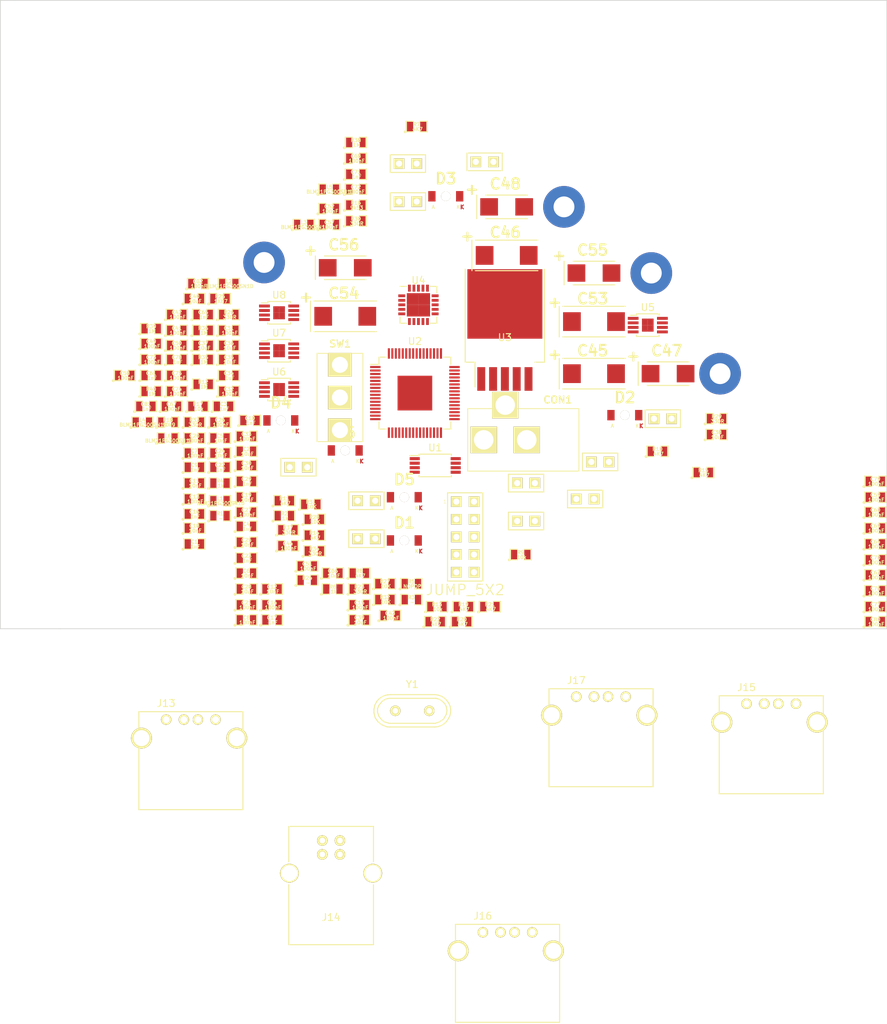
<source format=kicad_pcb>
(kicad_pcb (version 4) (host pcbnew "(2015-05-13 BZR 5653)-product")
  (layers (0 F.Cu signal) (31 B.Cu signal) (34 B.Paste user) (35 F.Paste user) (36 B.SilkS user) (37 F.SilkS user) (38 B.Mask user) (39 F.Mask user) (44 Edge.Cuts user))
  (net 0 "")
  (net 1 /IO3V3)
  (net 2 GND)
  (net 3 /IO1V1)
  (net 4 "Net-(C10-Pad2)")
  (net 5 +3V3)
  (net 6 "Net-(C31-Pad1)")
  (net 7 "Net-(C32-Pad1)")
  (net 8 "Net-(C34-Pad1)")
  (net 9 "Net-(C35-Pad1)")
  (net 10 +5V)
  (net 11 "Net-(C38-Pad1)")
  (net 12 +1V1)
  (net 13 "/DOWNSTREAM PORT POWER SWITCHES/OVERCUR1Z_TDI")
  (net 14 "/DOWNSTREAM PORT POWER SWITCHES/OVERCUR2Z_TMS")
  (net 15 "/DOWNSTREAM PORT POWER SWITCHES/OVERCUR3Z_TCK")
  (net 16 "/DOWNSTREAM PORT POWER SWITCHES/OVERCUR4Z")
  (net 17 "Net-(C57-Pad1)")
  (net 18 "Net-(C58-Pad1)")
  (net 19 "Net-(C62-Pad1)")
  (net 20 /USBPORT/USB_VBUS_UP)
  (net 21 "Net-(C67-Pad1)")
  (net 22 "Net-(C68-Pad1)")
  (net 23 "Net-(C72-Pad1)")
  (net 24 "Net-(C73-Pad1)")
  (net 25 "Net-(C74-Pad1)")
  (net 26 "Net-(C75-Pad1)")
  (net 27 "Net-(D1-Pad2)")
  (net 28 "Net-(D2-Pad1)")
  (net 29 "Net-(D3-Pad1)")
  (net 30 "Net-(D4-Pad1)")
  (net 31 "Net-(D5-Pad1)")
  (net 32 "Net-(D6-Pad1)")
  (net 33 /TEST_TRSTZ)
  (net 34 /PWRCTL_POL_TDO)
  (net 35 /OVRCUR1Z_TDI)
  (net 36 /OVRCUR2Z_TMS)
  (net 37 /OVRCUR3Z_TCK)
  (net 38 /GANGED_SMBA2_SH_UP)
  (net 39 /FULLPWRMGMTZ_SMBA1)
  (net 40 /SMBUSZ_SS_SUS)
  (net 41 /AUTOENZ_HS_SUS)
  (net 42 "Net-(J12-Pad1)")
  (net 43 /SCL)
  (net 44 /SDA)
  (net 45 "Net-(R1-Pad2)")
  (net 46 "Net-(R3-Pad2)")
  (net 47 "Net-(R5-Pad2)")
  (net 48 "Net-(R16-Pad1)")
  (net 49 "Net-(R17-Pad1)")
  (net 50 "Net-(R19-Pad1)")
  (net 51 /PWRON4_BATEN4)
  (net 52 /PWRON3_BATEN3)
  (net 53 /PWRON2_BATEN2)
  (net 54 /PWRON1_BATEN1)
  (net 55 "Net-(R24-Pad1)")
  (net 56 "Net-(R25-Pad2)")
  (net 57 "/DOWNSTREAM PORT POWER SWITCHES/DN1_VBUS")
  (net 58 "/DOWNSTREAM PORT POWER SWITCHES/DN2_VBUS")
  (net 59 "/DOWNSTREAM PORT POWER SWITCHES/DN3_VBUS")
  (net 60 "/DOWNSTREAM PORT POWER SWITCHES/DN4_VBUS")
  (net 61 "Net-(C63-Pad2)")
  (net 62 /USBPORT/USB_SSRXM_DN1+)
  (net 63 /USBPORT/USB_SSRXM_DN2+)
  (net 64 /USBPORT/USB_SSRXM_DN4+)
  (net 65 /USBPORT/USB_SSRXM_DN3+)
  (module Mlab_R:SMD-0805 (layer F.Cu) (at 112.268 128.524)
    (fp_text reference C1 (at 0 -0.3175) (layer F.SilkS) (effects (font (size 0.50038 0.50038) (thickness 0.10922))))
    (fp_text value 1uF (at 0.127 0.381) (layer F.SilkS) (effects (font (size 0.50038 0.50038) (thickness 0.10922))))
    (pad 1 smd rect (at -0.9525 0) (size 0.889 1.397) (layers F.Cu F.Paste F.Mask) (net 1 /IO3V3))
    (pad 2 smd rect (at 0.9525 0) (size 0.889 1.397) (layers F.Cu F.Paste F.Mask) (net 2 GND))
  )
  (module Mlab_R:SMD-0805 (layer F.Cu) (at 119.761 115.189)
    (fp_text reference C2 (at 0 -0.3175) (layer F.SilkS) (effects (font (size 0.50038 0.50038) (thickness 0.10922))))
    (fp_text value 10uF (at 0.127 0.381) (layer F.SilkS) (effects (font (size 0.50038 0.50038) (thickness 0.10922))))
    (pad 1 smd rect (at -0.9525 0) (size 0.889 1.397) (layers F.Cu F.Paste F.Mask) (net 3 /IO1V1))
    (pad 2 smd rect (at 0.9525 0) (size 0.889 1.397) (layers F.Cu F.Paste F.Mask) (net 4 "Net-(C10-Pad2)"))
  )
  (module Mlab_R:SMD-0805 (layer F.Cu) (at 116.459 108.712)
    (fp_text reference C3 (at 0 -0.3175) (layer F.SilkS) (effects (font (size 0.50038 0.50038) (thickness 0.10922))))
    (fp_text value 1nF (at 0.127 0.381) (layer F.SilkS) (effects (font (size 0.50038 0.50038) (thickness 0.10922))))
    (pad 1 smd rect (at -0.9525 0) (size 0.889 1.397) (layers F.Cu F.Paste F.Mask) (net 1 /IO3V3))
    (pad 2 smd rect (at 0.9525 0) (size 0.889 1.397) (layers F.Cu F.Paste F.Mask) (net 2 GND))
  )
  (module Mlab_R:SMD-0805 (layer F.Cu) (at 119.761 125.984)
    (fp_text reference C4 (at 0 -0.3175) (layer F.SilkS) (effects (font (size 0.50038 0.50038) (thickness 0.10922))))
    (fp_text value 1nF (at 0.127 0.381) (layer F.SilkS) (effects (font (size 0.50038 0.50038) (thickness 0.10922))))
    (pad 1 smd rect (at -0.9525 0) (size 0.889 1.397) (layers F.Cu F.Paste F.Mask) (net 3 /IO1V1))
    (pad 2 smd rect (at 0.9525 0) (size 0.889 1.397) (layers F.Cu F.Paste F.Mask) (net 4 "Net-(C10-Pad2)"))
  )
  (module Mlab_R:SMD-0805 (layer F.Cu) (at 115.951 113.284)
    (fp_text reference C5 (at 0 -0.3175) (layer F.SilkS) (effects (font (size 0.50038 0.50038) (thickness 0.10922))))
    (fp_text value 10nF (at 0.127 0.381) (layer F.SilkS) (effects (font (size 0.50038 0.50038) (thickness 0.10922))))
    (pad 1 smd rect (at -0.9525 0) (size 0.889 1.397) (layers F.Cu F.Paste F.Mask) (net 1 /IO3V3))
    (pad 2 smd rect (at 0.9525 0) (size 0.889 1.397) (layers F.Cu F.Paste F.Mask) (net 2 GND))
  )
  (module Mlab_R:SMD-0805 (layer F.Cu) (at 119.761 132.715)
    (fp_text reference C6 (at 0 -0.3175) (layer F.SilkS) (effects (font (size 0.50038 0.50038) (thickness 0.10922))))
    (fp_text value 10nF (at 0.127 0.381) (layer F.SilkS) (effects (font (size 0.50038 0.50038) (thickness 0.10922))))
    (pad 1 smd rect (at -0.9525 0) (size 0.889 1.397) (layers F.Cu F.Paste F.Mask) (net 3 /IO1V1))
    (pad 2 smd rect (at 0.9525 0) (size 0.889 1.397) (layers F.Cu F.Paste F.Mask) (net 4 "Net-(C10-Pad2)"))
  )
  (module Mlab_R:SMD-0805 (layer F.Cu) (at 112.268 115.443)
    (fp_text reference C7 (at 0 -0.3175) (layer F.SilkS) (effects (font (size 0.50038 0.50038) (thickness 0.10922))))
    (fp_text value 100nF (at 0.127 0.381) (layer F.SilkS) (effects (font (size 0.50038 0.50038) (thickness 0.10922))))
    (pad 1 smd rect (at -0.9525 0) (size 0.889 1.397) (layers F.Cu F.Paste F.Mask) (net 1 /IO3V3))
    (pad 2 smd rect (at 0.9525 0) (size 0.889 1.397) (layers F.Cu F.Paste F.Mask) (net 2 GND))
  )
  (module Mlab_R:SMD-0805 (layer F.Cu) (at 119.761 139.446)
    (fp_text reference C8 (at 0 -0.3175) (layer F.SilkS) (effects (font (size 0.50038 0.50038) (thickness 0.10922))))
    (fp_text value 100nF (at 0.127 0.381) (layer F.SilkS) (effects (font (size 0.50038 0.50038) (thickness 0.10922))))
    (pad 1 smd rect (at -0.9525 0) (size 0.889 1.397) (layers F.Cu F.Paste F.Mask) (net 3 /IO1V1))
    (pad 2 smd rect (at 0.9525 0) (size 0.889 1.397) (layers F.Cu F.Paste F.Mask) (net 4 "Net-(C10-Pad2)"))
  )
  (module Mlab_R:SMD-0805 (layer F.Cu) (at 112.268 117.475)
    (fp_text reference C9 (at 0 -0.3175) (layer F.SilkS) (effects (font (size 0.50038 0.50038) (thickness 0.10922))))
    (fp_text value 1nF (at 0.127 0.381) (layer F.SilkS) (effects (font (size 0.50038 0.50038) (thickness 0.10922))))
    (pad 1 smd rect (at -0.9525 0) (size 0.889 1.397) (layers F.Cu F.Paste F.Mask) (net 1 /IO3V3))
    (pad 2 smd rect (at 0.9525 0) (size 0.889 1.397) (layers F.Cu F.Paste F.Mask) (net 2 GND))
  )
  (module Mlab_R:SMD-0805 (layer F.Cu) (at 120.269 110.744)
    (fp_text reference C10 (at 0 -0.3175) (layer F.SilkS) (effects (font (size 0.50038 0.50038) (thickness 0.10922))))
    (fp_text value 1nF (at 0.127 0.381) (layer F.SilkS) (effects (font (size 0.50038 0.50038) (thickness 0.10922))))
    (pad 1 smd rect (at -0.9525 0) (size 0.889 1.397) (layers F.Cu F.Paste F.Mask) (net 3 /IO1V1))
    (pad 2 smd rect (at 0.9525 0) (size 0.889 1.397) (layers F.Cu F.Paste F.Mask) (net 4 "Net-(C10-Pad2)"))
  )
  (module Mlab_R:SMD-0805 (layer F.Cu) (at 112.268 119.761)
    (fp_text reference C11 (at 0 -0.3175) (layer F.SilkS) (effects (font (size 0.50038 0.50038) (thickness 0.10922))))
    (fp_text value 10nF (at 0.127 0.381) (layer F.SilkS) (effects (font (size 0.50038 0.50038) (thickness 0.10922))))
    (pad 1 smd rect (at -0.9525 0) (size 0.889 1.397) (layers F.Cu F.Paste F.Mask) (net 1 /IO3V3))
    (pad 2 smd rect (at 0.9525 0) (size 0.889 1.397) (layers F.Cu F.Paste F.Mask) (net 2 GND))
  )
  (module Mlab_R:SMD-0805 (layer F.Cu) (at 123.444 135.001)
    (fp_text reference C12 (at 0 -0.3175) (layer F.SilkS) (effects (font (size 0.50038 0.50038) (thickness 0.10922))))
    (fp_text value 10nF (at 0.127 0.381) (layer F.SilkS) (effects (font (size 0.50038 0.50038) (thickness 0.10922))))
    (pad 1 smd rect (at -0.9525 0) (size 0.889 1.397) (layers F.Cu F.Paste F.Mask) (net 3 /IO1V1))
    (pad 2 smd rect (at 0.9525 0) (size 0.889 1.397) (layers F.Cu F.Paste F.Mask) (net 4 "Net-(C10-Pad2)"))
  )
  (module Mlab_R:SMD-0805 (layer F.Cu) (at 112.268 122.047)
    (fp_text reference C13 (at 0 -0.3175) (layer F.SilkS) (effects (font (size 0.50038 0.50038) (thickness 0.10922))))
    (fp_text value 100nF (at 0.127 0.381) (layer F.SilkS) (effects (font (size 0.50038 0.50038) (thickness 0.10922))))
    (pad 1 smd rect (at -0.9525 0) (size 0.889 1.397) (layers F.Cu F.Paste F.Mask) (net 1 /IO3V3))
    (pad 2 smd rect (at 0.9525 0) (size 0.889 1.397) (layers F.Cu F.Paste F.Mask) (net 2 GND))
  )
  (module Mlab_R:SMD-0805 (layer F.Cu) (at 123.444 137.287)
    (fp_text reference C14 (at 0 -0.3175) (layer F.SilkS) (effects (font (size 0.50038 0.50038) (thickness 0.10922))))
    (fp_text value 100nF (at 0.127 0.381) (layer F.SilkS) (effects (font (size 0.50038 0.50038) (thickness 0.10922))))
    (pad 1 smd rect (at -0.9525 0) (size 0.889 1.397) (layers F.Cu F.Paste F.Mask) (net 3 /IO1V1))
    (pad 2 smd rect (at 0.9525 0) (size 0.889 1.397) (layers F.Cu F.Paste F.Mask) (net 4 "Net-(C10-Pad2)"))
  )
  (module Mlab_R:SMD-0805 (layer F.Cu) (at 136.017 137.287)
    (fp_text reference C15 (at 0 -0.3175) (layer F.SilkS) (effects (font (size 0.50038 0.50038) (thickness 0.10922))))
    (fp_text value 100nF (at 0.127 0.381) (layer F.SilkS) (effects (font (size 0.50038 0.50038) (thickness 0.10922))))
    (pad 1 smd rect (at -0.9525 0) (size 0.889 1.397) (layers F.Cu F.Paste F.Mask) (net 5 +3V3))
    (pad 2 smd rect (at 0.9525 0) (size 0.889 1.397) (layers F.Cu F.Paste F.Mask) (net 2 GND))
  )
  (module Mlab_R:SMD-0805 (layer F.Cu) (at 112.268 124.206)
    (fp_text reference C16 (at 0 -0.3175) (layer F.SilkS) (effects (font (size 0.50038 0.50038) (thickness 0.10922))))
    (fp_text value 1nF (at 0.127 0.381) (layer F.SilkS) (effects (font (size 0.50038 0.50038) (thickness 0.10922))))
    (pad 1 smd rect (at -0.9525 0) (size 0.889 1.397) (layers F.Cu F.Paste F.Mask) (net 1 /IO3V3))
    (pad 2 smd rect (at 0.9525 0) (size 0.889 1.397) (layers F.Cu F.Paste F.Mask) (net 2 GND))
  )
  (module Mlab_R:SMD-0805 (layer F.Cu) (at 123.444 139.446)
    (fp_text reference C17 (at 0 -0.3175) (layer F.SilkS) (effects (font (size 0.50038 0.50038) (thickness 0.10922))))
    (fp_text value 1nF (at 0.127 0.381) (layer F.SilkS) (effects (font (size 0.50038 0.50038) (thickness 0.10922))))
    (pad 1 smd rect (at -0.9525 0) (size 0.889 1.397) (layers F.Cu F.Paste F.Mask) (net 3 /IO1V1))
    (pad 2 smd rect (at 0.9525 0) (size 0.889 1.397) (layers F.Cu F.Paste F.Mask) (net 4 "Net-(C10-Pad2)"))
  )
  (module Mlab_R:SMD-0805 (layer F.Cu) (at 112.268 126.238)
    (fp_text reference C18 (at 0 -0.3175) (layer F.SilkS) (effects (font (size 0.50038 0.50038) (thickness 0.10922))))
    (fp_text value 10nF (at 0.127 0.381) (layer F.SilkS) (effects (font (size 0.50038 0.50038) (thickness 0.10922))))
    (pad 1 smd rect (at -0.9525 0) (size 0.889 1.397) (layers F.Cu F.Paste F.Mask) (net 1 /IO3V3))
    (pad 2 smd rect (at 0.9525 0) (size 0.889 1.397) (layers F.Cu F.Paste F.Mask) (net 2 GND))
  )
  (module Mlab_R:SMD-0805 (layer F.Cu) (at 119.761 121.793)
    (fp_text reference C19 (at 0 -0.3175) (layer F.SilkS) (effects (font (size 0.50038 0.50038) (thickness 0.10922))))
    (fp_text value 10nF (at 0.127 0.381) (layer F.SilkS) (effects (font (size 0.50038 0.50038) (thickness 0.10922))))
    (pad 1 smd rect (at -0.9525 0) (size 0.889 1.397) (layers F.Cu F.Paste F.Mask) (net 3 /IO1V1))
    (pad 2 smd rect (at 0.9525 0) (size 0.889 1.397) (layers F.Cu F.Paste F.Mask) (net 4 "Net-(C10-Pad2)"))
  )
  (module Mlab_R:SMD-0805 (layer F.Cu) (at 112.268 113.284)
    (fp_text reference C20 (at 0 -0.3175) (layer F.SilkS) (effects (font (size 0.50038 0.50038) (thickness 0.10922))))
    (fp_text value 100nF (at 0.127 0.381) (layer F.SilkS) (effects (font (size 0.50038 0.50038) (thickness 0.10922))))
    (pad 1 smd rect (at -0.9525 0) (size 0.889 1.397) (layers F.Cu F.Paste F.Mask) (net 1 /IO3V3))
    (pad 2 smd rect (at 0.9525 0) (size 0.889 1.397) (layers F.Cu F.Paste F.Mask) (net 2 GND))
  )
  (module Mlab_R:SMD-0805 (layer F.Cu) (at 119.761 137.287)
    (fp_text reference C21 (at 0 -0.3175) (layer F.SilkS) (effects (font (size 0.50038 0.50038) (thickness 0.10922))))
    (fp_text value 100nF (at 0.127 0.381) (layer F.SilkS) (effects (font (size 0.50038 0.50038) (thickness 0.10922))))
    (pad 1 smd rect (at -0.9525 0) (size 0.889 1.397) (layers F.Cu F.Paste F.Mask) (net 3 /IO1V1))
    (pad 2 smd rect (at 0.9525 0) (size 0.889 1.397) (layers F.Cu F.Paste F.Mask) (net 4 "Net-(C10-Pad2)"))
  )
  (module Mlab_R:SMD-0805 (layer F.Cu) (at 115.951 117.475)
    (fp_text reference C22 (at 0 -0.3175) (layer F.SilkS) (effects (font (size 0.50038 0.50038) (thickness 0.10922))))
    (fp_text value 1nF (at 0.127 0.381) (layer F.SilkS) (effects (font (size 0.50038 0.50038) (thickness 0.10922))))
    (pad 1 smd rect (at -0.9525 0) (size 0.889 1.397) (layers F.Cu F.Paste F.Mask) (net 1 /IO3V3))
    (pad 2 smd rect (at 0.9525 0) (size 0.889 1.397) (layers F.Cu F.Paste F.Mask) (net 2 GND))
  )
  (module Mlab_R:SMD-0805 (layer F.Cu) (at 119.761 130.556)
    (fp_text reference C23 (at 0 -0.3175) (layer F.SilkS) (effects (font (size 0.50038 0.50038) (thickness 0.10922))))
    (fp_text value 1nF (at 0.127 0.381) (layer F.SilkS) (effects (font (size 0.50038 0.50038) (thickness 0.10922))))
    (pad 1 smd rect (at -0.9525 0) (size 0.889 1.397) (layers F.Cu F.Paste F.Mask) (net 3 /IO1V1))
    (pad 2 smd rect (at 0.9525 0) (size 0.889 1.397) (layers F.Cu F.Paste F.Mask) (net 4 "Net-(C10-Pad2)"))
  )
  (module Mlab_R:SMD-0805 (layer F.Cu) (at 115.951 115.443)
    (fp_text reference C24 (at 0 -0.3175) (layer F.SilkS) (effects (font (size 0.50038 0.50038) (thickness 0.10922))))
    (fp_text value 10nF (at 0.127 0.381) (layer F.SilkS) (effects (font (size 0.50038 0.50038) (thickness 0.10922))))
    (pad 1 smd rect (at -0.9525 0) (size 0.889 1.397) (layers F.Cu F.Paste F.Mask) (net 1 /IO3V3))
    (pad 2 smd rect (at 0.9525 0) (size 0.889 1.397) (layers F.Cu F.Paste F.Mask) (net 2 GND))
  )
  (module Mlab_R:SMD-0805 (layer F.Cu) (at 119.761 128.27)
    (fp_text reference C25 (at 0 -0.3175) (layer F.SilkS) (effects (font (size 0.50038 0.50038) (thickness 0.10922))))
    (fp_text value 10nF (at 0.127 0.381) (layer F.SilkS) (effects (font (size 0.50038 0.50038) (thickness 0.10922))))
    (pad 1 smd rect (at -0.9525 0) (size 0.889 1.397) (layers F.Cu F.Paste F.Mask) (net 3 /IO1V1))
    (pad 2 smd rect (at 0.9525 0) (size 0.889 1.397) (layers F.Cu F.Paste F.Mask) (net 4 "Net-(C10-Pad2)"))
  )
  (module Mlab_R:SMD-0805 (layer F.Cu) (at 115.951 110.998)
    (fp_text reference C26 (at 0 -0.3175) (layer F.SilkS) (effects (font (size 0.50038 0.50038) (thickness 0.10922))))
    (fp_text value 100nF (at 0.127 0.381) (layer F.SilkS) (effects (font (size 0.50038 0.50038) (thickness 0.10922))))
    (pad 1 smd rect (at -0.9525 0) (size 0.889 1.397) (layers F.Cu F.Paste F.Mask) (net 1 /IO3V3))
    (pad 2 smd rect (at 0.9525 0) (size 0.889 1.397) (layers F.Cu F.Paste F.Mask) (net 2 GND))
  )
  (module Mlab_R:SMD-0805 (layer F.Cu) (at 119.761 123.952)
    (fp_text reference C27 (at 0 -0.3175) (layer F.SilkS) (effects (font (size 0.50038 0.50038) (thickness 0.10922))))
    (fp_text value 100nF (at 0.127 0.381) (layer F.SilkS) (effects (font (size 0.50038 0.50038) (thickness 0.10922))))
    (pad 1 smd rect (at -0.9525 0) (size 0.889 1.397) (layers F.Cu F.Paste F.Mask) (net 3 /IO1V1))
    (pad 2 smd rect (at 0.9525 0) (size 0.889 1.397) (layers F.Cu F.Paste F.Mask) (net 4 "Net-(C10-Pad2)"))
  )
  (module Mlab_R:SMD-0805 (layer F.Cu) (at 119.761 135.001)
    (fp_text reference C28 (at 0 -0.3175) (layer F.SilkS) (effects (font (size 0.50038 0.50038) (thickness 0.10922))))
    (fp_text value 10uF (at 0.127 0.381) (layer F.SilkS) (effects (font (size 0.50038 0.50038) (thickness 0.10922))))
    (pad 1 smd rect (at -0.9525 0) (size 0.889 1.397) (layers F.Cu F.Paste F.Mask) (net 3 /IO1V1))
    (pad 2 smd rect (at 0.9525 0) (size 0.889 1.397) (layers F.Cu F.Paste F.Mask) (net 4 "Net-(C10-Pad2)"))
  )
  (module Mlab_R:SMD-0805 (layer F.Cu) (at 119.761 119.507)
    (fp_text reference C29 (at 0 -0.3175) (layer F.SilkS) (effects (font (size 0.50038 0.50038) (thickness 0.10922))))
    (fp_text value 1nF (at 0.127 0.381) (layer F.SilkS) (effects (font (size 0.50038 0.50038) (thickness 0.10922))))
    (pad 1 smd rect (at -0.9525 0) (size 0.889 1.397) (layers F.Cu F.Paste F.Mask) (net 3 /IO1V1))
    (pad 2 smd rect (at 0.9525 0) (size 0.889 1.397) (layers F.Cu F.Paste F.Mask) (net 4 "Net-(C10-Pad2)"))
  )
  (module Mlab_R:SMD-0805 (layer F.Cu) (at 119.761 117.221)
    (fp_text reference C30 (at 0 -0.3175) (layer F.SilkS) (effects (font (size 0.50038 0.50038) (thickness 0.10922))))
    (fp_text value 10nF (at 0.127 0.381) (layer F.SilkS) (effects (font (size 0.50038 0.50038) (thickness 0.10922))))
    (pad 1 smd rect (at -0.9525 0) (size 0.889 1.397) (layers F.Cu F.Paste F.Mask) (net 3 /IO1V1))
    (pad 2 smd rect (at 0.9525 0) (size 0.889 1.397) (layers F.Cu F.Paste F.Mask) (net 4 "Net-(C10-Pad2)"))
  )
  (module Mlab_R:SMD-0805 (layer F.Cu) (at 117.221 97.79)
    (fp_text reference C31 (at 0 -0.3175) (layer F.SilkS) (effects (font (size 0.50038 0.50038) (thickness 0.10922))))
    (fp_text value 100nF (at 0.127 0.381) (layer F.SilkS) (effects (font (size 0.50038 0.50038) (thickness 0.10922))))
    (pad 1 smd rect (at -0.9525 0) (size 0.889 1.397) (layers F.Cu F.Paste F.Mask) (net 6 "Net-(C31-Pad1)"))
    (pad 2 smd rect (at 0.9525 0) (size 0.889 1.397) (layers F.Cu F.Paste F.Mask) (net 2 GND))
  )
  (module Mlab_R:SMD-0805 (layer F.Cu) (at 117.221 106.553)
    (fp_text reference C32 (at 0 -0.3175) (layer F.SilkS) (effects (font (size 0.50038 0.50038) (thickness 0.10922))))
    (fp_text value 100nF (at 0.127 0.381) (layer F.SilkS) (effects (font (size 0.50038 0.50038) (thickness 0.10922))))
    (pad 1 smd rect (at -0.9525 0) (size 0.889 1.397) (layers F.Cu F.Paste F.Mask) (net 7 "Net-(C32-Pad1)"))
    (pad 2 smd rect (at 0.9525 0) (size 0.889 1.397) (layers F.Cu F.Paste F.Mask) (net 2 GND))
  )
  (module Mlab_R:SMD-0805 (layer F.Cu) (at 119.761 113.03)
    (fp_text reference C33 (at 0 -0.3175) (layer F.SilkS) (effects (font (size 0.50038 0.50038) (thickness 0.10922))))
    (fp_text value 100nF (at 0.127 0.381) (layer F.SilkS) (effects (font (size 0.50038 0.50038) (thickness 0.10922))))
    (pad 1 smd rect (at -0.9525 0) (size 0.889 1.397) (layers F.Cu F.Paste F.Mask) (net 3 /IO1V1))
    (pad 2 smd rect (at 0.9525 0) (size 0.889 1.397) (layers F.Cu F.Paste F.Mask) (net 4 "Net-(C10-Pad2)"))
  )
  (module Mlab_R:SMD-0805 (layer F.Cu) (at 117.221 104.267)
    (fp_text reference C34 (at 0 -0.3175) (layer F.SilkS) (effects (font (size 0.50038 0.50038) (thickness 0.10922))))
    (fp_text value 1uF (at 0.127 0.381) (layer F.SilkS) (effects (font (size 0.50038 0.50038) (thickness 0.10922))))
    (pad 1 smd rect (at -0.9525 0) (size 0.889 1.397) (layers F.Cu F.Paste F.Mask) (net 8 "Net-(C34-Pad1)"))
    (pad 2 smd rect (at 0.9525 0) (size 0.889 1.397) (layers F.Cu F.Paste F.Mask) (net 2 GND))
  )
  (module Mlab_R:SMD-0805 (layer F.Cu) (at 117.221 101.981)
    (fp_text reference C35 (at 0 -0.3175) (layer F.SilkS) (effects (font (size 0.50038 0.50038) (thickness 0.10922))))
    (fp_text value 10uF (at 0.127 0.381) (layer F.SilkS) (effects (font (size 0.50038 0.50038) (thickness 0.10922))))
    (pad 1 smd rect (at -0.9525 0) (size 0.889 1.397) (layers F.Cu F.Paste F.Mask) (net 9 "Net-(C35-Pad1)"))
    (pad 2 smd rect (at 0.9525 0) (size 0.889 1.397) (layers F.Cu F.Paste F.Mask) (net 2 GND))
  )
  (module Mlab_R:SMD-0805 (layer F.Cu) (at 117.221 99.949)
    (fp_text reference C36 (at 0 -0.3175) (layer F.SilkS) (effects (font (size 0.50038 0.50038) (thickness 0.10922))))
    (fp_text value 10uF (at 0.127 0.381) (layer F.SilkS) (effects (font (size 0.50038 0.50038) (thickness 0.10922))))
    (pad 1 smd rect (at -0.9525 0) (size 0.889 1.397) (layers F.Cu F.Paste F.Mask) (net 10 +5V))
    (pad 2 smd rect (at 0.9525 0) (size 0.889 1.397) (layers F.Cu F.Paste F.Mask) (net 2 GND))
  )
  (module Mlab_R:SMD-0805 (layer F.Cu) (at 113.538 99.949)
    (fp_text reference C37 (at 0 -0.3175) (layer F.SilkS) (effects (font (size 0.50038 0.50038) (thickness 0.10922))))
    (fp_text value 10uF (at 0.127 0.381) (layer F.SilkS) (effects (font (size 0.50038 0.50038) (thickness 0.10922))))
    (pad 1 smd rect (at -0.9525 0) (size 0.889 1.397) (layers F.Cu F.Paste F.Mask) (net 10 +5V))
    (pad 2 smd rect (at 0.9525 0) (size 0.889 1.397) (layers F.Cu F.Paste F.Mask) (net 2 GND))
  )
  (module Mlab_R:SMD-0805 (layer F.Cu) (at 187.452 112.776)
    (fp_text reference C38 (at 0 -0.3175) (layer F.SilkS) (effects (font (size 0.50038 0.50038) (thickness 0.10922))))
    (fp_text value 10uF (at 0.127 0.381) (layer F.SilkS) (effects (font (size 0.50038 0.50038) (thickness 0.10922))))
    (pad 1 smd rect (at -0.9525 0) (size 0.889 1.397) (layers F.Cu F.Paste F.Mask) (net 11 "Net-(C38-Pad1)"))
    (pad 2 smd rect (at 0.9525 0) (size 0.889 1.397) (layers F.Cu F.Paste F.Mask) (net 2 GND))
  )
  (module Mlab_R:SMD-0805 (layer F.Cu) (at 136.017 139.446)
    (fp_text reference C39 (at 0 -0.3175) (layer F.SilkS) (effects (font (size 0.50038 0.50038) (thickness 0.10922))))
    (fp_text value 10uF (at 0.127 0.381) (layer F.SilkS) (effects (font (size 0.50038 0.50038) (thickness 0.10922))))
    (pad 1 smd rect (at -0.9525 0) (size 0.889 1.397) (layers F.Cu F.Paste F.Mask) (net 5 +3V3))
    (pad 2 smd rect (at 0.9525 0) (size 0.889 1.397) (layers F.Cu F.Paste F.Mask) (net 2 GND))
  )
  (module Mlab_R:SMD-0805 (layer F.Cu) (at 112.268 93.218)
    (fp_text reference C40 (at 0 -0.3175) (layer F.SilkS) (effects (font (size 0.50038 0.50038) (thickness 0.10922))))
    (fp_text value 10uF (at 0.127 0.381) (layer F.SilkS) (effects (font (size 0.50038 0.50038) (thickness 0.10922))))
    (pad 1 smd rect (at -0.9525 0) (size 0.889 1.397) (layers F.Cu F.Paste F.Mask) (net 12 +1V1))
    (pad 2 smd rect (at 0.9525 0) (size 0.889 1.397) (layers F.Cu F.Paste F.Mask) (net 2 GND))
  )
  (module Mlab_R:SMD-0805 (layer F.Cu) (at 109.728 97.79)
    (fp_text reference C41 (at 0 -0.3175) (layer F.SilkS) (effects (font (size 0.50038 0.50038) (thickness 0.10922))))
    (fp_text value 100nF (at 0.127 0.381) (layer F.SilkS) (effects (font (size 0.50038 0.50038) (thickness 0.10922))))
    (pad 1 smd rect (at -0.9525 0) (size 0.889 1.397) (layers F.Cu F.Paste F.Mask) (net 10 +5V))
    (pad 2 smd rect (at 0.9525 0) (size 0.889 1.397) (layers F.Cu F.Paste F.Mask) (net 2 GND))
  )
  (module Mlab_R:SMD-0805 (layer F.Cu) (at 109.728 95.504)
    (fp_text reference C42 (at 0 -0.3175) (layer F.SilkS) (effects (font (size 0.50038 0.50038) (thickness 0.10922))))
    (fp_text value 100nF (at 0.127 0.381) (layer F.SilkS) (effects (font (size 0.50038 0.50038) (thickness 0.10922))))
    (pad 1 smd rect (at -0.9525 0) (size 0.889 1.397) (layers F.Cu F.Paste F.Mask) (net 10 +5V))
    (pad 2 smd rect (at 0.9525 0) (size 0.889 1.397) (layers F.Cu F.Paste F.Mask) (net 2 GND))
  )
  (module Mlab_R:SMD-0805 (layer F.Cu) (at 140.462 138.811)
    (fp_text reference C43 (at 0 -0.3175) (layer F.SilkS) (effects (font (size 0.50038 0.50038) (thickness 0.10922))))
    (fp_text value 100nF (at 0.127 0.381) (layer F.SilkS) (effects (font (size 0.50038 0.50038) (thickness 0.10922))))
    (pad 1 smd rect (at -0.9525 0) (size 0.889 1.397) (layers F.Cu F.Paste F.Mask) (net 13 "/DOWNSTREAM PORT POWER SWITCHES/OVERCUR1Z_TDI"))
    (pad 2 smd rect (at 0.9525 0) (size 0.889 1.397) (layers F.Cu F.Paste F.Mask) (net 2 GND))
  )
  (module Mlab_R:SMD-0805 (layer F.Cu) (at 125.73 128.778)
    (fp_text reference C44 (at 0 -0.3175) (layer F.SilkS) (effects (font (size 0.50038 0.50038) (thickness 0.10922))))
    (fp_text value 100nF (at 0.127 0.381) (layer F.SilkS) (effects (font (size 0.50038 0.50038) (thickness 0.10922))))
    (pad 1 smd rect (at -0.9525 0) (size 0.889 1.397) (layers F.Cu F.Paste F.Mask) (net 14 "/DOWNSTREAM PORT POWER SWITCHES/OVERCUR2Z_TMS"))
    (pad 2 smd rect (at 0.9525 0) (size 0.889 1.397) (layers F.Cu F.Paste F.Mask) (net 2 GND))
  )
  (module Mlab_C:TantalC_SizeD_Reflow (layer F.Cu) (at 169.799 104.013)
    (fp_text reference C45 (at -0.20066 -3.29946) (layer F.SilkS) (effects (font (thickness 0.3048))))
    (fp_text value 100uF hide)
    (fp_text user + (at -5.6515 -2.79908) (layer F.SilkS) (effects (font (thickness 0.3048))))
    (pad 2 smd rect (at 3.175 0) (size 2.55016 2.70002) (layers F.Cu F.Paste F.Mask) (net 2 GND))
    (pad 1 smd rect (at -3.175 0) (size 2.55016 2.70002) (layers F.Cu F.Paste F.Mask) (net 13 "/DOWNSTREAM PORT POWER SWITCHES/OVERCUR1Z_TDI"))
  )
  (module Mlab_C:TantalC_SizeD_Reflow (layer F.Cu) (at 157.226 86.995)
    (fp_text reference C46 (at -0.20066 -3.29946) (layer F.SilkS) (effects (font (thickness 0.3048))))
    (fp_text value 100uF hide)
    (fp_text user + (at -5.6515 -2.79908) (layer F.SilkS) (effects (font (thickness 0.3048))))
    (pad 2 smd rect (at 3.175 0) (size 2.55016 2.70002) (layers F.Cu F.Paste F.Mask) (net 2 GND))
    (pad 1 smd rect (at -3.175 0) (size 2.55016 2.70002) (layers F.Cu F.Paste F.Mask) (net 14 "/DOWNSTREAM PORT POWER SWITCHES/OVERCUR2Z_TMS"))
  )
  (module Mlab_C:TantalC_SizeC_Reflow (layer F.Cu) (at 180.467 104.013)
    (fp_text reference C47 (at -0.20066 -3.29946) (layer F.SilkS) (effects (font (thickness 0.3048))))
    (fp_text value 47uF hide)
    (fp_text user + (at -4.99872 -2.55016) (layer F.SilkS) (effects (font (thickness 0.3048))))
    (pad 2 smd rect (at 2.52476 0) (size 2.55016 2.49936) (layers F.Cu F.Paste F.Mask) (net 2 GND))
    (pad 1 smd rect (at -2.52476 0) (size 2.55016 2.49936) (layers F.Cu F.Paste F.Mask) (net 13 "/DOWNSTREAM PORT POWER SWITCHES/OVERCUR1Z_TDI"))
  )
  (module Mlab_C:TantalC_SizeC_Reflow (layer F.Cu) (at 157.226 80.01)
    (fp_text reference C48 (at -0.20066 -3.29946) (layer F.SilkS) (effects (font (thickness 0.3048))))
    (fp_text value 47uF hide)
    (fp_text user + (at -4.99872 -2.55016) (layer F.SilkS) (effects (font (thickness 0.3048))))
    (pad 2 smd rect (at 2.52476 0) (size 2.55016 2.49936) (layers F.Cu F.Paste F.Mask) (net 2 GND))
    (pad 1 smd rect (at -2.52476 0) (size 2.55016 2.49936) (layers F.Cu F.Paste F.Mask) (net 14 "/DOWNSTREAM PORT POWER SWITCHES/OVERCUR2Z_TMS"))
  )
  (module Mlab_R:SMD-0805 (layer F.Cu) (at 106.045 99.695)
    (fp_text reference C49 (at 0 -0.3175) (layer F.SilkS) (effects (font (size 0.50038 0.50038) (thickness 0.10922))))
    (fp_text value 100nF (at 0.127 0.381) (layer F.SilkS) (effects (font (size 0.50038 0.50038) (thickness 0.10922))))
    (pad 1 smd rect (at -0.9525 0) (size 0.889 1.397) (layers F.Cu F.Paste F.Mask) (net 10 +5V))
    (pad 2 smd rect (at 0.9525 0) (size 0.889 1.397) (layers F.Cu F.Paste F.Mask) (net 2 GND))
  )
  (module Mlab_R:SMD-0805 (layer F.Cu) (at 109.728 99.949)
    (fp_text reference C50 (at 0 -0.3175) (layer F.SilkS) (effects (font (size 0.50038 0.50038) (thickness 0.10922))))
    (fp_text value 100nF (at 0.127 0.381) (layer F.SilkS) (effects (font (size 0.50038 0.50038) (thickness 0.10922))))
    (pad 1 smd rect (at -0.9525 0) (size 0.889 1.397) (layers F.Cu F.Paste F.Mask) (net 10 +5V))
    (pad 2 smd rect (at 0.9525 0) (size 0.889 1.397) (layers F.Cu F.Paste F.Mask) (net 2 GND))
  )
  (module Mlab_R:SMD-0805 (layer F.Cu) (at 128.524 131.699)
    (fp_text reference C51 (at 0 -0.3175) (layer F.SilkS) (effects (font (size 0.50038 0.50038) (thickness 0.10922))))
    (fp_text value 100nF (at 0.127 0.381) (layer F.SilkS) (effects (font (size 0.50038 0.50038) (thickness 0.10922))))
    (pad 1 smd rect (at -0.9525 0) (size 0.889 1.397) (layers F.Cu F.Paste F.Mask) (net 15 "/DOWNSTREAM PORT POWER SWITCHES/OVERCUR3Z_TCK"))
    (pad 2 smd rect (at 0.9525 0) (size 0.889 1.397) (layers F.Cu F.Paste F.Mask) (net 2 GND))
  )
  (module Mlab_R:SMD-0805 (layer F.Cu) (at 131.699 80.264)
    (fp_text reference C52 (at 0 -0.3175) (layer F.SilkS) (effects (font (size 0.50038 0.50038) (thickness 0.10922))))
    (fp_text value 100nF (at 0.127 0.381) (layer F.SilkS) (effects (font (size 0.50038 0.50038) (thickness 0.10922))))
    (pad 1 smd rect (at -0.9525 0) (size 0.889 1.397) (layers F.Cu F.Paste F.Mask) (net 16 "/DOWNSTREAM PORT POWER SWITCHES/OVERCUR4Z"))
    (pad 2 smd rect (at 0.9525 0) (size 0.889 1.397) (layers F.Cu F.Paste F.Mask) (net 2 GND))
  )
  (module Mlab_C:TantalC_SizeD_Reflow (layer F.Cu) (at 169.799 96.52)
    (fp_text reference C53 (at -0.20066 -3.29946) (layer F.SilkS) (effects (font (thickness 0.3048))))
    (fp_text value 100uF hide)
    (fp_text user + (at -5.6515 -2.79908) (layer F.SilkS) (effects (font (thickness 0.3048))))
    (pad 2 smd rect (at 3.175 0) (size 2.55016 2.70002) (layers F.Cu F.Paste F.Mask) (net 2 GND))
    (pad 1 smd rect (at -3.175 0) (size 2.55016 2.70002) (layers F.Cu F.Paste F.Mask) (net 15 "/DOWNSTREAM PORT POWER SWITCHES/OVERCUR3Z_TCK"))
  )
  (module Mlab_C:TantalC_SizeD_Reflow (layer F.Cu) (at 133.985 95.758)
    (fp_text reference C54 (at -0.20066 -3.29946) (layer F.SilkS) (effects (font (thickness 0.3048))))
    (fp_text value 100uF hide)
    (fp_text user + (at -5.6515 -2.79908) (layer F.SilkS) (effects (font (thickness 0.3048))))
    (pad 2 smd rect (at 3.175 0) (size 2.55016 2.70002) (layers F.Cu F.Paste F.Mask) (net 2 GND))
    (pad 1 smd rect (at -3.175 0) (size 2.55016 2.70002) (layers F.Cu F.Paste F.Mask) (net 16 "/DOWNSTREAM PORT POWER SWITCHES/OVERCUR4Z"))
  )
  (module Mlab_C:TantalC_SizeC_Reflow (layer F.Cu) (at 169.799 89.535)
    (fp_text reference C55 (at -0.20066 -3.29946) (layer F.SilkS) (effects (font (thickness 0.3048))))
    (fp_text value 47uF hide)
    (fp_text user + (at -4.99872 -2.55016) (layer F.SilkS) (effects (font (thickness 0.3048))))
    (pad 2 smd rect (at 2.52476 0) (size 2.55016 2.49936) (layers F.Cu F.Paste F.Mask) (net 2 GND))
    (pad 1 smd rect (at -2.52476 0) (size 2.55016 2.49936) (layers F.Cu F.Paste F.Mask) (net 15 "/DOWNSTREAM PORT POWER SWITCHES/OVERCUR3Z_TCK"))
  )
  (module Mlab_C:TantalC_SizeC_Reflow (layer F.Cu) (at 133.985 88.773)
    (fp_text reference C56 (at -0.20066 -3.29946) (layer F.SilkS) (effects (font (thickness 0.3048))))
    (fp_text value 47uF hide)
    (fp_text user + (at -4.99872 -2.55016) (layer F.SilkS) (effects (font (thickness 0.3048))))
    (pad 2 smd rect (at 2.52476 0) (size 2.55016 2.49936) (layers F.Cu F.Paste F.Mask) (net 2 GND))
    (pad 1 smd rect (at -2.52476 0) (size 2.55016 2.49936) (layers F.Cu F.Paste F.Mask) (net 16 "/DOWNSTREAM PORT POWER SWITCHES/OVERCUR4Z"))
  )
  (module Mlab_R:SMD-0805 (layer F.Cu) (at 131.699 82.55)
    (fp_text reference C57 (at 0 -0.3175) (layer F.SilkS) (effects (font (size 0.50038 0.50038) (thickness 0.10922))))
    (fp_text value 100nF (at 0.127 0.381) (layer F.SilkS) (effects (font (size 0.50038 0.50038) (thickness 0.10922))))
    (pad 1 smd rect (at -0.9525 0) (size 0.889 1.397) (layers F.Cu F.Paste F.Mask) (net 17 "Net-(C57-Pad1)"))
    (pad 2 smd rect (at 0.9525 0) (size 0.889 1.397) (layers F.Cu F.Paste F.Mask) (net 2 GND))
  )
  (module Mlab_R:SMD-0805 (layer F.Cu) (at 102.235 104.267)
    (fp_text reference C58 (at 0 -0.3175) (layer F.SilkS) (effects (font (size 0.50038 0.50038) (thickness 0.10922))))
    (fp_text value 100nF (at 0.127 0.381) (layer F.SilkS) (effects (font (size 0.50038 0.50038) (thickness 0.10922))))
    (pad 1 smd rect (at -0.9525 0) (size 0.889 1.397) (layers F.Cu F.Paste F.Mask) (net 18 "Net-(C58-Pad1)"))
    (pad 2 smd rect (at 0.9525 0) (size 0.889 1.397) (layers F.Cu F.Paste F.Mask) (net 2 GND))
  )
  (module Mlab_R:SMD-0805 (layer F.Cu) (at 210.312 121.793)
    (fp_text reference C59 (at 0 -0.3175) (layer F.SilkS) (effects (font (size 0.50038 0.50038) (thickness 0.10922))))
    (fp_text value 100nF (at 0.127 0.381) (layer F.SilkS) (effects (font (size 0.50038 0.50038) (thickness 0.10922))))
    (pad 1 smd rect (at -0.9525 0) (size 0.889 1.397) (layers F.Cu F.Paste F.Mask))
    (pad 2 smd rect (at 0.9525 0) (size 0.889 1.397) (layers F.Cu F.Paste F.Mask))
  )
  (module Mlab_R:SMD-0805 (layer F.Cu) (at 210.312 123.952)
    (fp_text reference C60 (at 0 -0.3175) (layer F.SilkS) (effects (font (size 0.50038 0.50038) (thickness 0.10922))))
    (fp_text value 100nF (at 0.127 0.381) (layer F.SilkS) (effects (font (size 0.50038 0.50038) (thickness 0.10922))))
    (pad 1 smd rect (at -0.9525 0) (size 0.889 1.397) (layers F.Cu F.Paste F.Mask))
    (pad 2 smd rect (at 0.9525 0) (size 0.889 1.397) (layers F.Cu F.Paste F.Mask))
  )
  (module Mlab_R:SMD-0805 (layer F.Cu) (at 106.045 104.267)
    (fp_text reference C61 (at 0 -0.3175) (layer F.SilkS) (effects (font (size 0.50038 0.50038) (thickness 0.10922))))
    (fp_text value 1nF (at 0.127 0.381) (layer F.SilkS) (effects (font (size 0.50038 0.50038) (thickness 0.10922))))
    (pad 1 smd rect (at -0.9525 0) (size 0.889 1.397) (layers F.Cu F.Paste F.Mask) (net 18 "Net-(C58-Pad1)"))
    (pad 2 smd rect (at 0.9525 0) (size 0.889 1.397) (layers F.Cu F.Paste F.Mask) (net 2 GND))
  )
  (module Mlab_R:SMD-0805 (layer F.Cu) (at 112.776 91.059)
    (fp_text reference C62 (at 0 -0.3175) (layer F.SilkS) (effects (font (size 0.50038 0.50038) (thickness 0.10922))))
    (fp_text value 100nF (at 0.127 0.381) (layer F.SilkS) (effects (font (size 0.50038 0.50038) (thickness 0.10922))))
    (pad 1 smd rect (at -0.9525 0) (size 0.889 1.397) (layers F.Cu F.Paste F.Mask) (net 19 "Net-(C62-Pad1)"))
    (pad 2 smd rect (at 0.9525 0) (size 0.889 1.397) (layers F.Cu F.Paste F.Mask) (net 2 GND))
  )
  (module Mlab_R:SMD-0805 (layer F.Cu) (at 210.312 132.969)
    (fp_text reference C63 (at 0 -0.3175) (layer F.SilkS) (effects (font (size 0.50038 0.50038) (thickness 0.10922))))
    (fp_text value 100nF (at 0.127 0.381) (layer F.SilkS) (effects (font (size 0.50038 0.50038) (thickness 0.10922))))
    (pad 1 smd rect (at -0.9525 0) (size 0.889 1.397) (layers F.Cu F.Paste F.Mask))
    (pad 2 smd rect (at 0.9525 0) (size 0.889 1.397) (layers F.Cu F.Paste F.Mask) (net 61 "Net-(C63-Pad2)"))
  )
  (module Mlab_R:SMD-0805 (layer F.Cu) (at 210.312 128.524)
    (fp_text reference C64 (at 0 -0.3175) (layer F.SilkS) (effects (font (size 0.50038 0.50038) (thickness 0.10922))))
    (fp_text value 100nF (at 0.127 0.381) (layer F.SilkS) (effects (font (size 0.50038 0.50038) (thickness 0.10922))))
    (pad 1 smd rect (at -0.9525 0) (size 0.889 1.397) (layers F.Cu F.Paste F.Mask))
    (pad 2 smd rect (at 0.9525 0) (size 0.889 1.397) (layers F.Cu F.Paste F.Mask))
  )
  (module Mlab_R:SMD-0805 (layer F.Cu) (at 113.538 95.504)
    (fp_text reference C65 (at 0 -0.3175) (layer F.SilkS) (effects (font (size 0.50038 0.50038) (thickness 0.10922))))
    (fp_text value 1nF (at 0.127 0.381) (layer F.SilkS) (effects (font (size 0.50038 0.50038) (thickness 0.10922))))
    (pad 1 smd rect (at -0.9525 0) (size 0.889 1.397) (layers F.Cu F.Paste F.Mask) (net 19 "Net-(C62-Pad1)"))
    (pad 2 smd rect (at 0.9525 0) (size 0.889 1.397) (layers F.Cu F.Paste F.Mask) (net 2 GND))
  )
  (module Mlab_R:SMD-0805 (layer F.Cu) (at 132.207 132.715)
    (fp_text reference C66 (at 0 -0.3175) (layer F.SilkS) (effects (font (size 0.50038 0.50038) (thickness 0.10922))))
    (fp_text value 10uF (at 0.127 0.381) (layer F.SilkS) (effects (font (size 0.50038 0.50038) (thickness 0.10922))))
    (pad 1 smd rect (at -0.9525 0) (size 0.889 1.397) (layers F.Cu F.Paste F.Mask) (net 20 /USBPORT/USB_VBUS_UP))
    (pad 2 smd rect (at 0.9525 0) (size 0.889 1.397) (layers F.Cu F.Paste F.Mask) (net 2 GND))
  )
  (module Mlab_R:SMD-0805 (layer F.Cu) (at 108.966 108.712)
    (fp_text reference C67 (at 0 -0.3175) (layer F.SilkS) (effects (font (size 0.50038 0.50038) (thickness 0.10922))))
    (fp_text value 100nF (at 0.127 0.381) (layer F.SilkS) (effects (font (size 0.50038 0.50038) (thickness 0.10922))))
    (pad 1 smd rect (at -0.9525 0) (size 0.889 1.397) (layers F.Cu F.Paste F.Mask) (net 21 "Net-(C67-Pad1)"))
    (pad 2 smd rect (at 0.9525 0) (size 0.889 1.397) (layers F.Cu F.Paste F.Mask) (net 2 GND))
  )
  (module Mlab_R:SMD-0805 (layer F.Cu) (at 135.509 73.025)
    (fp_text reference C68 (at 0 -0.3175) (layer F.SilkS) (effects (font (size 0.50038 0.50038) (thickness 0.10922))))
    (fp_text value 100nF (at 0.127 0.381) (layer F.SilkS) (effects (font (size 0.50038 0.50038) (thickness 0.10922))))
    (pad 1 smd rect (at -0.9525 0) (size 0.889 1.397) (layers F.Cu F.Paste F.Mask) (net 22 "Net-(C68-Pad1)"))
    (pad 2 smd rect (at 0.9525 0) (size 0.889 1.397) (layers F.Cu F.Paste F.Mask) (net 2 GND))
  )
  (module Mlab_R:SMD-0805 (layer F.Cu) (at 210.312 126.238)
    (fp_text reference C69 (at 0 -0.3175) (layer F.SilkS) (effects (font (size 0.50038 0.50038) (thickness 0.10922))))
    (fp_text value 100nF (at 0.127 0.381) (layer F.SilkS) (effects (font (size 0.50038 0.50038) (thickness 0.10922))))
    (pad 1 smd rect (at -0.9525 0) (size 0.889 1.397) (layers F.Cu F.Paste F.Mask))
    (pad 2 smd rect (at 0.9525 0) (size 0.889 1.397) (layers F.Cu F.Paste F.Mask))
  )
  (module Mlab_R:SMD-0805 (layer F.Cu) (at 210.312 130.81)
    (fp_text reference C70 (at 0 -0.3175) (layer F.SilkS) (effects (font (size 0.50038 0.50038) (thickness 0.10922))))
    (fp_text value 100nF (at 0.127 0.381) (layer F.SilkS) (effects (font (size 0.50038 0.50038) (thickness 0.10922))))
    (pad 1 smd rect (at -0.9525 0) (size 0.889 1.397) (layers F.Cu F.Paste F.Mask))
    (pad 2 smd rect (at 0.9525 0) (size 0.889 1.397) (layers F.Cu F.Paste F.Mask))
  )
  (module Mlab_R:SMD-0805 (layer F.Cu) (at 135.509 75.311)
    (fp_text reference C71 (at 0 -0.3175) (layer F.SilkS) (effects (font (size 0.50038 0.50038) (thickness 0.10922))))
    (fp_text value 1nF (at 0.127 0.381) (layer F.SilkS) (effects (font (size 0.50038 0.50038) (thickness 0.10922))))
    (pad 1 smd rect (at -0.9525 0) (size 0.889 1.397) (layers F.Cu F.Paste F.Mask) (net 22 "Net-(C68-Pad1)"))
    (pad 2 smd rect (at 0.9525 0) (size 0.889 1.397) (layers F.Cu F.Paste F.Mask) (net 2 GND))
  )
  (module Mlab_R:SMD-0805 (layer F.Cu) (at 135.509 77.47)
    (fp_text reference C72 (at 0 -0.3175) (layer F.SilkS) (effects (font (size 0.50038 0.50038) (thickness 0.10922))))
    (fp_text value 100nF (at 0.127 0.381) (layer F.SilkS) (effects (font (size 0.50038 0.50038) (thickness 0.10922))))
    (pad 1 smd rect (at -0.9525 0) (size 0.889 1.397) (layers F.Cu F.Paste F.Mask) (net 23 "Net-(C72-Pad1)"))
    (pad 2 smd rect (at 0.9525 0) (size 0.889 1.397) (layers F.Cu F.Paste F.Mask) (net 2 GND))
  )
  (module Mlab_R:SMD-0805 (layer F.Cu) (at 106.045 101.981)
    (fp_text reference C73 (at 0 -0.3175) (layer F.SilkS) (effects (font (size 0.50038 0.50038) (thickness 0.10922))))
    (fp_text value 100nF (at 0.127 0.381) (layer F.SilkS) (effects (font (size 0.50038 0.50038) (thickness 0.10922))))
    (pad 1 smd rect (at -0.9525 0) (size 0.889 1.397) (layers F.Cu F.Paste F.Mask) (net 24 "Net-(C73-Pad1)"))
    (pad 2 smd rect (at 0.9525 0) (size 0.889 1.397) (layers F.Cu F.Paste F.Mask) (net 2 GND))
  )
  (module Mlab_R:SMD-0805 (layer F.Cu) (at 109.728 106.553)
    (fp_text reference C74 (at 0 -0.3175) (layer F.SilkS) (effects (font (size 0.50038 0.50038) (thickness 0.10922))))
    (fp_text value 100nF (at 0.127 0.381) (layer F.SilkS) (effects (font (size 0.50038 0.50038) (thickness 0.10922))))
    (pad 1 smd rect (at -0.9525 0) (size 0.889 1.397) (layers F.Cu F.Paste F.Mask) (net 25 "Net-(C74-Pad1)"))
    (pad 2 smd rect (at 0.9525 0) (size 0.889 1.397) (layers F.Cu F.Paste F.Mask) (net 2 GND))
  )
  (module Mlab_R:SMD-0805 (layer F.Cu) (at 109.728 104.267)
    (fp_text reference C75 (at 0 -0.3175) (layer F.SilkS) (effects (font (size 0.50038 0.50038) (thickness 0.10922))))
    (fp_text value 100nF (at 0.127 0.381) (layer F.SilkS) (effects (font (size 0.50038 0.50038) (thickness 0.10922))))
    (pad 1 smd rect (at -0.9525 0) (size 0.889 1.397) (layers F.Cu F.Paste F.Mask) (net 26 "Net-(C75-Pad1)"))
    (pad 2 smd rect (at 0.9525 0) (size 0.889 1.397) (layers F.Cu F.Paste F.Mask) (net 2 GND))
  )
  (module Mlab_R:SMD-0805 (layer F.Cu) (at 210.312 135.255)
    (fp_text reference C76 (at 0 -0.3175) (layer F.SilkS) (effects (font (size 0.50038 0.50038) (thickness 0.10922))))
    (fp_text value 100nF (at 0.127 0.381) (layer F.SilkS) (effects (font (size 0.50038 0.50038) (thickness 0.10922))))
    (pad 1 smd rect (at -0.9525 0) (size 0.889 1.397) (layers F.Cu F.Paste F.Mask))
    (pad 2 smd rect (at 0.9525 0) (size 0.889 1.397) (layers F.Cu F.Paste F.Mask))
  )
  (module Mlab_R:SMD-0805 (layer F.Cu) (at 210.312 137.541)
    (fp_text reference C77 (at 0 -0.3175) (layer F.SilkS) (effects (font (size 0.50038 0.50038) (thickness 0.10922))))
    (fp_text value 100nF (at 0.127 0.381) (layer F.SilkS) (effects (font (size 0.50038 0.50038) (thickness 0.10922))))
    (pad 1 smd rect (at -0.9525 0) (size 0.889 1.397) (layers F.Cu F.Paste F.Mask))
    (pad 2 smd rect (at 0.9525 0) (size 0.889 1.397) (layers F.Cu F.Paste F.Mask))
  )
  (module Mlab_R:SMD-0805 (layer F.Cu) (at 109.728 101.981)
    (fp_text reference C78 (at 0 -0.3175) (layer F.SilkS) (effects (font (size 0.50038 0.50038) (thickness 0.10922))))
    (fp_text value 1nF (at 0.127 0.381) (layer F.SilkS) (effects (font (size 0.50038 0.50038) (thickness 0.10922))))
    (pad 1 smd rect (at -0.9525 0) (size 0.889 1.397) (layers F.Cu F.Paste F.Mask) (net 24 "Net-(C73-Pad1)"))
    (pad 2 smd rect (at 0.9525 0) (size 0.889 1.397) (layers F.Cu F.Paste F.Mask) (net 2 GND))
  )
  (module Mlab_R:SMD-0805 (layer F.Cu) (at 210.312 119.507)
    (fp_text reference C79 (at 0 -0.3175) (layer F.SilkS) (effects (font (size 0.50038 0.50038) (thickness 0.10922))))
    (fp_text value 100nF (at 0.127 0.381) (layer F.SilkS) (effects (font (size 0.50038 0.50038) (thickness 0.10922))))
    (pad 1 smd rect (at -0.9525 0) (size 0.889 1.397) (layers F.Cu F.Paste F.Mask))
    (pad 2 smd rect (at 0.9525 0) (size 0.889 1.397) (layers F.Cu F.Paste F.Mask))
  )
  (module Mlab_R:SMD-0805 (layer F.Cu) (at 210.312 139.7)
    (fp_text reference C80 (at 0 -0.3175) (layer F.SilkS) (effects (font (size 0.50038 0.50038) (thickness 0.10922))))
    (fp_text value 100nF (at 0.127 0.381) (layer F.SilkS) (effects (font (size 0.50038 0.50038) (thickness 0.10922))))
    (pad 1 smd rect (at -0.9525 0) (size 0.889 1.397) (layers F.Cu F.Paste F.Mask))
    (pad 2 smd rect (at 0.9525 0) (size 0.889 1.397) (layers F.Cu F.Paste F.Mask))
  )
  (module Mlab_R:SMD-0805 (layer F.Cu) (at 105.283 108.712)
    (fp_text reference C81 (at 0 -0.3175) (layer F.SilkS) (effects (font (size 0.50038 0.50038) (thickness 0.10922))))
    (fp_text value 1nF (at 0.127 0.381) (layer F.SilkS) (effects (font (size 0.50038 0.50038) (thickness 0.10922))))
    (pad 1 smd rect (at -0.9525 0) (size 0.889 1.397) (layers F.Cu F.Paste F.Mask) (net 26 "Net-(C75-Pad1)"))
    (pad 2 smd rect (at 0.9525 0) (size 0.889 1.397) (layers F.Cu F.Paste F.Mask) (net 2 GND))
  )
  (module Mlab_Con:DC2,1MM (layer F.Cu) (at 157.734 113.538)
    (fp_text reference CON1 (at 6.8453 -5.7658) (layer F.SilkS) (effects (font (size 1.016 1.016) (thickness 0.2032))))
    (fp_text value BARREL_JACK hide)
    (pad 2 thru_hole rect (at 2.39 0) (size 3.81 3.81) (drill 2.8) (layers *.Cu *.Mask F.SilkS) (net 2 GND))
    (pad 1 thru_hole rect (at -3.81 0) (size 3.81 3.81) (drill 2.8) (layers *.Cu *.Mask F.SilkS) (net 9 "Net-(C35-Pad1)"))
    (pad 3 thru_hole rect (at -0.71 -5) (size 3.81 3.81) (drill 2.8) (layers *.Cu *.Mask F.SilkS) (net 2 GND))
  )
  (module Mlab_D:LED_1206 (layer F.Cu) (at 142.494 128.016)
    (fp_text reference D1 (at 0 -2.54) (layer F.SilkS) (effects (font (thickness 0.3048))))
    (fp_text value LED hide)
    (fp_line (start 2.21488 1.50622) (end 2.53492 1.81102) (layer F.Cu) (width 0.15))
    (fp_line (start 2.25298 1.52146) (end 2.5273 1.24968) (layer F.Cu) (width 0.15))
    (fp_line (start 2.2225 1.24968) (end 2.21742 1.81864) (layer F.Cu) (width 0.15))
    (fp_text user A (at -1.80086 1.5494) (layer F.SilkS) (effects (font (size 0.50038 0.50038) (thickness 0.09906))))
    (fp_text user K (at 1.80086 1.5494) (layer F.SilkS) (effects (font (size 0.50038 0.50038) (thickness 0.09906))))
    (pad 1 smd rect (at -2 0) (size 1.05 1.5) (layers F.Cu F.Paste F.Mask) (net 5 +3V3))
    (pad 2 smd rect (at 2 0) (size 1.05 1.5) (layers F.Cu F.Paste F.Mask) (net 27 "Net-(D1-Pad2)"))
    (pad "" thru_hole circle (at 0 0) (size 1.35 1.35) (drill 1.35) (layers *.Cu *.Mask F.SilkS))
  )
  (module Mlab_D:LED_1206 (layer F.Cu) (at 174.244 109.982)
    (fp_text reference D2 (at 0 -2.54) (layer F.SilkS) (effects (font (thickness 0.3048))))
    (fp_text value LED hide)
    (fp_line (start 2.21488 1.50622) (end 2.53492 1.81102) (layer F.Cu) (width 0.15))
    (fp_line (start 2.25298 1.52146) (end 2.5273 1.24968) (layer F.Cu) (width 0.15))
    (fp_line (start 2.2225 1.24968) (end 2.21742 1.81864) (layer F.Cu) (width 0.15))
    (fp_text user A (at -1.80086 1.5494) (layer F.SilkS) (effects (font (size 0.50038 0.50038) (thickness 0.09906))))
    (fp_text user K (at 1.80086 1.5494) (layer F.SilkS) (effects (font (size 0.50038 0.50038) (thickness 0.09906))))
    (pad 1 smd rect (at -2 0) (size 1.05 1.5) (layers F.Cu F.Paste F.Mask) (net 28 "Net-(D2-Pad1)"))
    (pad 2 smd rect (at 2 0) (size 1.05 1.5) (layers F.Cu F.Paste F.Mask) (net 13 "/DOWNSTREAM PORT POWER SWITCHES/OVERCUR1Z_TDI"))
    (pad "" thru_hole circle (at 0 0) (size 1.35 1.35) (drill 1.35) (layers *.Cu *.Mask F.SilkS))
  )
  (module Mlab_D:LED_1206 (layer F.Cu) (at 148.463 78.486)
    (fp_text reference D3 (at 0 -2.54) (layer F.SilkS) (effects (font (thickness 0.3048))))
    (fp_text value LED hide)
    (fp_line (start 2.21488 1.50622) (end 2.53492 1.81102) (layer F.Cu) (width 0.15))
    (fp_line (start 2.25298 1.52146) (end 2.5273 1.24968) (layer F.Cu) (width 0.15))
    (fp_line (start 2.2225 1.24968) (end 2.21742 1.81864) (layer F.Cu) (width 0.15))
    (fp_text user A (at -1.80086 1.5494) (layer F.SilkS) (effects (font (size 0.50038 0.50038) (thickness 0.09906))))
    (fp_text user K (at 1.80086 1.5494) (layer F.SilkS) (effects (font (size 0.50038 0.50038) (thickness 0.09906))))
    (pad 1 smd rect (at -2 0) (size 1.05 1.5) (layers F.Cu F.Paste F.Mask) (net 29 "Net-(D3-Pad1)"))
    (pad 2 smd rect (at 2 0) (size 1.05 1.5) (layers F.Cu F.Paste F.Mask) (net 14 "/DOWNSTREAM PORT POWER SWITCHES/OVERCUR2Z_TMS"))
    (pad "" thru_hole circle (at 0 0) (size 1.35 1.35) (drill 1.35) (layers *.Cu *.Mask F.SilkS))
  )
  (module Mlab_D:LED_1206 (layer F.Cu) (at 124.714 110.744)
    (fp_text reference D4 (at 0 -2.54) (layer F.SilkS) (effects (font (thickness 0.3048))))
    (fp_text value LED hide)
    (fp_line (start 2.21488 1.50622) (end 2.53492 1.81102) (layer F.Cu) (width 0.15))
    (fp_line (start 2.25298 1.52146) (end 2.5273 1.24968) (layer F.Cu) (width 0.15))
    (fp_line (start 2.2225 1.24968) (end 2.21742 1.81864) (layer F.Cu) (width 0.15))
    (fp_text user A (at -1.80086 1.5494) (layer F.SilkS) (effects (font (size 0.50038 0.50038) (thickness 0.09906))))
    (fp_text user K (at 1.80086 1.5494) (layer F.SilkS) (effects (font (size 0.50038 0.50038) (thickness 0.09906))))
    (pad 1 smd rect (at -2 0) (size 1.05 1.5) (layers F.Cu F.Paste F.Mask) (net 30 "Net-(D4-Pad1)"))
    (pad 2 smd rect (at 2 0) (size 1.05 1.5) (layers F.Cu F.Paste F.Mask) (net 15 "/DOWNSTREAM PORT POWER SWITCHES/OVERCUR3Z_TCK"))
    (pad "" thru_hole circle (at 0 0) (size 1.35 1.35) (drill 1.35) (layers *.Cu *.Mask F.SilkS))
  )
  (module Mlab_D:LED_1206 (layer F.Cu) (at 142.494 121.793)
    (fp_text reference D5 (at 0 -2.54) (layer F.SilkS) (effects (font (thickness 0.3048))))
    (fp_text value LED hide)
    (fp_line (start 2.21488 1.50622) (end 2.53492 1.81102) (layer F.Cu) (width 0.15))
    (fp_line (start 2.25298 1.52146) (end 2.5273 1.24968) (layer F.Cu) (width 0.15))
    (fp_line (start 2.2225 1.24968) (end 2.21742 1.81864) (layer F.Cu) (width 0.15))
    (fp_text user A (at -1.80086 1.5494) (layer F.SilkS) (effects (font (size 0.50038 0.50038) (thickness 0.09906))))
    (fp_text user K (at 1.80086 1.5494) (layer F.SilkS) (effects (font (size 0.50038 0.50038) (thickness 0.09906))))
    (pad 1 smd rect (at -2 0) (size 1.05 1.5) (layers F.Cu F.Paste F.Mask) (net 31 "Net-(D5-Pad1)"))
    (pad 2 smd rect (at 2 0) (size 1.05 1.5) (layers F.Cu F.Paste F.Mask) (net 16 "/DOWNSTREAM PORT POWER SWITCHES/OVERCUR4Z"))
    (pad "" thru_hole circle (at 0 0) (size 1.35 1.35) (drill 1.35) (layers *.Cu *.Mask F.SilkS))
  )
  (module Mlab_D:LED_1206 (layer F.Cu) (at 133.985 115.062)
    (fp_text reference D6 (at 0 -2.54) (layer F.SilkS) (effects (font (thickness 0.3048))))
    (fp_text value GREEN hide)
    (fp_line (start 2.21488 1.50622) (end 2.53492 1.81102) (layer F.Cu) (width 0.15))
    (fp_line (start 2.25298 1.52146) (end 2.5273 1.24968) (layer F.Cu) (width 0.15))
    (fp_line (start 2.2225 1.24968) (end 2.21742 1.81864) (layer F.Cu) (width 0.15))
    (fp_text user A (at -1.80086 1.5494) (layer F.SilkS) (effects (font (size 0.50038 0.50038) (thickness 0.09906))))
    (fp_text user K (at 1.80086 1.5494) (layer F.SilkS) (effects (font (size 0.50038 0.50038) (thickness 0.09906))))
    (pad 1 smd rect (at -2 0) (size 1.05 1.5) (layers F.Cu F.Paste F.Mask) (net 32 "Net-(D6-Pad1)"))
    (pad 2 smd rect (at 2 0) (size 1.05 1.5) (layers F.Cu F.Paste F.Mask) (net 20 /USBPORT/USB_VBUS_UP))
    (pad "" thru_hole circle (at 0 0) (size 1.35 1.35) (drill 1.35) (layers *.Cu *.Mask F.SilkS))
  )
  (module Mlab_Pin_Headers:Straight_2x01 (layer F.Cu) (at 143.002 79.248)
    (fp_text reference J1 hide)
    (fp_text value JUMP_2x1 hide)
    (pad 1 thru_hole rect (at -1.27 0) (size 1.524 1.524) (drill 0.889) (layers *.Cu *.Mask F.SilkS) (net 33 /TEST_TRSTZ))
    (pad 2 thru_hole rect (at 1.27 0) (size 1.524 1.524) (drill 0.889) (layers *.Cu *.Mask F.SilkS) (net 33 /TEST_TRSTZ))
  )
  (module Mlab_Pin_Headers:Straight_2x01 (layer F.Cu) (at 160.02 119.761)
    (fp_text reference J2 hide)
    (fp_text value JUMP_2x1 hide)
    (pad 1 thru_hole rect (at -1.27 0) (size 1.524 1.524) (drill 0.889) (layers *.Cu *.Mask F.SilkS) (net 34 /PWRCTL_POL_TDO))
    (pad 2 thru_hole rect (at 1.27 0) (size 1.524 1.524) (drill 0.889) (layers *.Cu *.Mask F.SilkS) (net 34 /PWRCTL_POL_TDO))
  )
  (module Mlab_Pin_Headers:Straight_2x01 (layer F.Cu) (at 154.051 73.533)
    (fp_text reference J3 hide)
    (fp_text value JUMP_2x1 hide)
    (pad 1 thru_hole rect (at -1.27 0) (size 1.524 1.524) (drill 0.889) (layers *.Cu *.Mask F.SilkS) (net 35 /OVRCUR1Z_TDI))
    (pad 2 thru_hole rect (at 1.27 0) (size 1.524 1.524) (drill 0.889) (layers *.Cu *.Mask F.SilkS) (net 35 /OVRCUR1Z_TDI))
  )
  (module Mlab_Pin_Headers:Straight_2x01 (layer F.Cu) (at 160.02 125.222)
    (fp_text reference J4 hide)
    (fp_text value JUMP_2x1 hide)
    (pad 1 thru_hole rect (at -1.27 0) (size 1.524 1.524) (drill 0.889) (layers *.Cu *.Mask F.SilkS) (net 36 /OVRCUR2Z_TMS))
    (pad 2 thru_hole rect (at 1.27 0) (size 1.524 1.524) (drill 0.889) (layers *.Cu *.Mask F.SilkS) (net 36 /OVRCUR2Z_TMS))
  )
  (module Mlab_Pin_Headers:Straight_2x01 (layer F.Cu) (at 170.688 116.713)
    (fp_text reference J5 hide)
    (fp_text value JUMP_2x1 hide)
    (pad 1 thru_hole rect (at -1.27 0) (size 1.524 1.524) (drill 0.889) (layers *.Cu *.Mask F.SilkS) (net 37 /OVRCUR3Z_TCK))
    (pad 2 thru_hole rect (at 1.27 0) (size 1.524 1.524) (drill 0.889) (layers *.Cu *.Mask F.SilkS) (net 37 /OVRCUR3Z_TCK))
  )
  (module Mlab_Pin_Headers:Straight_2x01 (layer F.Cu) (at 143.002 73.787)
    (fp_text reference J6 hide)
    (fp_text value JUMP_2x1 hide)
    (pad 1 thru_hole rect (at -1.27 0) (size 1.524 1.524) (drill 0.889) (layers *.Cu *.Mask F.SilkS) (net 33 /TEST_TRSTZ))
    (pad 2 thru_hole rect (at 1.27 0) (size 1.524 1.524) (drill 0.889) (layers *.Cu *.Mask F.SilkS) (net 33 /TEST_TRSTZ))
  )
  (module Mlab_Pin_Headers:Straight_2x01 (layer F.Cu) (at 179.705 110.49)
    (fp_text reference J7 hide)
    (fp_text value JUMP_2x1 hide)
    (pad 1 thru_hole rect (at -1.27 0) (size 1.524 1.524) (drill 0.889) (layers *.Cu *.Mask F.SilkS) (net 38 /GANGED_SMBA2_SH_UP))
    (pad 2 thru_hole rect (at 1.27 0) (size 1.524 1.524) (drill 0.889) (layers *.Cu *.Mask F.SilkS) (net 38 /GANGED_SMBA2_SH_UP))
  )
  (module Mlab_Pin_Headers:Straight_2x01 (layer F.Cu) (at 137.033 122.301)
    (fp_text reference J8 hide)
    (fp_text value JUMP_2x1 hide)
    (pad 1 thru_hole rect (at -1.27 0) (size 1.524 1.524) (drill 0.889) (layers *.Cu *.Mask F.SilkS) (net 39 /FULLPWRMGMTZ_SMBA1))
    (pad 2 thru_hole rect (at 1.27 0) (size 1.524 1.524) (drill 0.889) (layers *.Cu *.Mask F.SilkS) (net 39 /FULLPWRMGMTZ_SMBA1))
  )
  (module Mlab_Pin_Headers:Straight_2x01 (layer F.Cu) (at 168.529 122.047)
    (fp_text reference J9 hide)
    (fp_text value JUMP_2x1 hide)
    (pad 1 thru_hole rect (at -1.27 0) (size 1.524 1.524) (drill 0.889) (layers *.Cu *.Mask F.SilkS) (net 34 /PWRCTL_POL_TDO))
    (pad 2 thru_hole rect (at 1.27 0) (size 1.524 1.524) (drill 0.889) (layers *.Cu *.Mask F.SilkS) (net 34 /PWRCTL_POL_TDO))
  )
  (module Mlab_Pin_Headers:Straight_2x01 (layer F.Cu) (at 127.254 117.475)
    (fp_text reference J10 hide)
    (fp_text value JUMP_2x1 hide)
    (pad 1 thru_hole rect (at -1.27 0) (size 1.524 1.524) (drill 0.889) (layers *.Cu *.Mask F.SilkS) (net 40 /SMBUSZ_SS_SUS))
    (pad 2 thru_hole rect (at 1.27 0) (size 1.524 1.524) (drill 0.889) (layers *.Cu *.Mask F.SilkS) (net 40 /SMBUSZ_SS_SUS))
  )
  (module Mlab_Pin_Headers:Straight_2x01 (layer F.Cu) (at 137.033 127.762)
    (fp_text reference J11 hide)
    (fp_text value JUMP_2x1 hide)
    (pad 1 thru_hole rect (at -1.27 0) (size 1.524 1.524) (drill 0.889) (layers *.Cu *.Mask F.SilkS) (net 41 /AUTOENZ_HS_SUS))
    (pad 2 thru_hole rect (at 1.27 0) (size 1.524 1.524) (drill 0.889) (layers *.Cu *.Mask F.SilkS) (net 41 /AUTOENZ_HS_SUS))
  )
  (module Mlab_Pin_Headers:Straight_2x05 (layer F.Cu) (at 151.257 127.508)
    (fp_text reference J12 hide)
    (fp_text value JUMP_5X2 (at 0 7.62) (layer F.SilkS) (effects (font (size 1.5 1.5))))
    (fp_text user 1 (at -2.921 -5.08) (layer F.SilkS) (effects (font (size 0.5 0.5) (thickness 0.05))))
    (pad 1 thru_hole rect (at -1.27 -5.08) (size 1.524 1.524) (drill 0.889) (layers *.Cu *.Mask F.SilkS) (net 42 "Net-(J12-Pad1)"))
    (pad 2 thru_hole rect (at 1.27 -5.08) (size 1.524 1.524) (drill 0.889) (layers *.Cu *.Mask F.SilkS) (net 42 "Net-(J12-Pad1)"))
    (pad 3 thru_hole rect (at -1.27 -2.54) (size 1.524 1.524) (drill 0.889) (layers *.Cu *.Mask F.SilkS) (net 43 /SCL))
    (pad 4 thru_hole rect (at 1.27 -2.54) (size 1.524 1.524) (drill 0.889) (layers *.Cu *.Mask F.SilkS) (net 43 /SCL))
    (pad 5 thru_hole rect (at -1.27 0) (size 1.524 1.524) (drill 0.889) (layers *.Cu *.Mask F.SilkS) (net 5 +3V3))
    (pad 6 thru_hole rect (at 1.27 0) (size 1.524 1.524) (drill 0.889) (layers *.Cu *.Mask F.SilkS) (net 5 +3V3))
    (pad 7 thru_hole rect (at -1.27 2.54) (size 1.524 1.524) (drill 0.889) (layers *.Cu *.Mask F.SilkS) (net 44 /SDA))
    (pad 8 thru_hole rect (at 1.27 2.54) (size 1.524 1.524) (drill 0.889) (layers *.Cu *.Mask F.SilkS) (net 44 /SDA))
    (pad 9 thru_hole rect (at -1.27 5.08) (size 1.524 1.524) (drill 0.889) (layers *.Cu *.Mask F.SilkS) (net 42 "Net-(J12-Pad1)"))
    (pad 10 thru_hole rect (at 1.27 5.08) (size 1.524 1.524) (drill 0.889) (layers *.Cu *.Mask F.SilkS) (net 42 "Net-(J12-Pad1)"))
  )
  (module Mlab_R:SMD-0805 (layer F.Cu) (at 115.951 122.301)
    (fp_text reference L1 (at 0 -0.3175) (layer F.SilkS) (effects (font (size 0.50038 0.50038) (thickness 0.10922))))
    (fp_text value BLM21PG300SN1D (at 0.127 0.381) (layer F.SilkS) (effects (font (size 0.50038 0.50038) (thickness 0.10922))))
    (pad 1 smd rect (at -0.9525 0) (size 0.889 1.397) (layers F.Cu F.Paste F.Mask) (net 1 /IO3V3))
    (pad 2 smd rect (at 0.9525 0) (size 0.889 1.397) (layers F.Cu F.Paste F.Mask) (net 5 +3V3))
  )
  (module Mlab_R:SMD-0805 (layer F.Cu) (at 117.221 91.059)
    (fp_text reference L2 (at 0 -0.3175) (layer F.SilkS) (effects (font (size 0.50038 0.50038) (thickness 0.10922))))
    (fp_text value BLM21PG300SN1D (at 0.127 0.381) (layer F.SilkS) (effects (font (size 0.50038 0.50038) (thickness 0.10922))))
    (pad 1 smd rect (at -0.9525 0) (size 0.889 1.397) (layers F.Cu F.Paste F.Mask) (net 3 /IO1V1))
    (pad 2 smd rect (at 0.9525 0) (size 0.889 1.397) (layers F.Cu F.Paste F.Mask) (net 12 +1V1))
  )
  (module Mlab_R:SMD-0805 (layer F.Cu) (at 128.016 82.55)
    (fp_text reference L3 (at 0 -0.3175) (layer F.SilkS) (effects (font (size 0.50038 0.50038) (thickness 0.10922))))
    (fp_text value BLM21PG300SN1D (at 0.127 0.381) (layer F.SilkS) (effects (font (size 0.50038 0.50038) (thickness 0.10922))))
    (pad 1 smd rect (at -0.9525 0) (size 0.889 1.397) (layers F.Cu F.Paste F.Mask) (net 17 "Net-(C57-Pad1)"))
    (pad 2 smd rect (at 0.9525 0) (size 0.889 1.397) (layers F.Cu F.Paste F.Mask))
  )
  (module Mlab_R:SMD-0805 (layer F.Cu) (at 104.775 110.998)
    (fp_text reference L4 (at 0 -0.3175) (layer F.SilkS) (effects (font (size 0.50038 0.50038) (thickness 0.10922))))
    (fp_text value BLM21PG300SN1D (at 0.127 0.381) (layer F.SilkS) (effects (font (size 0.50038 0.50038) (thickness 0.10922))))
    (pad 1 smd rect (at -0.9525 0) (size 0.889 1.397) (layers F.Cu F.Paste F.Mask) (net 21 "Net-(C67-Pad1)"))
    (pad 2 smd rect (at 0.9525 0) (size 0.889 1.397) (layers F.Cu F.Paste F.Mask))
  )
  (module Mlab_R:SMD-0805 (layer F.Cu) (at 131.699 77.47)
    (fp_text reference L5 (at 0 -0.3175) (layer F.SilkS) (effects (font (size 0.50038 0.50038) (thickness 0.10922))))
    (fp_text value BLM21PG300SN1D (at 0.127 0.381) (layer F.SilkS) (effects (font (size 0.50038 0.50038) (thickness 0.10922))))
    (pad 1 smd rect (at -0.9525 0) (size 0.889 1.397) (layers F.Cu F.Paste F.Mask) (net 23 "Net-(C72-Pad1)"))
    (pad 2 smd rect (at 0.9525 0) (size 0.889 1.397) (layers F.Cu F.Paste F.Mask))
  )
  (module Mlab_R:SMD-0805 (layer F.Cu) (at 108.458 113.284)
    (fp_text reference L6 (at 0 -0.3175) (layer F.SilkS) (effects (font (size 0.50038 0.50038) (thickness 0.10922))))
    (fp_text value BLM21PG300SN1D (at 0.127 0.381) (layer F.SilkS) (effects (font (size 0.50038 0.50038) (thickness 0.10922))))
    (pad 1 smd rect (at -0.9525 0) (size 0.889 1.397) (layers F.Cu F.Paste F.Mask) (net 25 "Net-(C74-Pad1)"))
    (pad 2 smd rect (at 0.9525 0) (size 0.889 1.397) (layers F.Cu F.Paste F.Mask))
  )
  (module Mlab_Mechanical:MountingHole_3mm (layer F.Cu) (at 178.054 89.535)
    (fp_text reference M1 hide)
    (fp_text value HOLE hide)
    (pad 1 thru_hole circle (at 0 0) (size 6 6) (drill 3) (layers *.Cu *.Adhes *.Mask) (net 2 GND) (clearance 1))
  )
  (module Mlab_Mechanical:MountingHole_3mm (layer F.Cu) (at 165.481 80.01)
    (fp_text reference M2 hide)
    (fp_text value HOLE hide)
    (pad 1 thru_hole circle (at 0 0) (size 6 6) (drill 3) (layers *.Cu *.Adhes *.Mask) (net 2 GND) (clearance 1))
  )
  (module Mlab_Mechanical:MountingHole_3mm (layer F.Cu) (at 122.301 88.011)
    (fp_text reference M3 hide)
    (fp_text value HOLE hide)
    (pad 1 thru_hole circle (at 0 0) (size 6 6) (drill 3) (layers *.Cu *.Adhes *.Mask) (net 2 GND) (clearance 1))
  )
  (module Mlab_Mechanical:MountingHole_3mm (layer F.Cu) (at 187.96 104.013)
    (fp_text reference M4 hide)
    (fp_text value HOLE hide)
    (pad 1 thru_hole circle (at 0 0) (size 6 6) (drill 3) (layers *.Cu *.Adhes *.Mask) (net 2 GND) (clearance 1))
  )
  (module Mlab_R:SMD-0805 (layer F.Cu) (at 115.951 124.46)
    (fp_text reference R1 (at 0 -0.3175) (layer F.SilkS) (effects (font (size 0.50038 0.50038) (thickness 0.10922))))
    (fp_text value - (at 0.127 0.381) (layer F.SilkS) (effects (font (size 0.50038 0.50038) (thickness 0.10922))))
    (pad 1 smd rect (at -0.9525 0) (size 0.889 1.397) (layers F.Cu F.Paste F.Mask) (net 5 +3V3))
    (pad 2 smd rect (at 0.9525 0) (size 0.889 1.397) (layers F.Cu F.Paste F.Mask) (net 45 "Net-(R1-Pad2)"))
  )
  (module Mlab_R:SMD-0805 (layer F.Cu) (at 125.222 124.46)
    (fp_text reference R2 (at 0 -0.3175) (layer F.SilkS) (effects (font (size 0.50038 0.50038) (thickness 0.10922))))
    (fp_text value 1k (at 0.127 0.381) (layer F.SilkS) (effects (font (size 0.50038 0.50038) (thickness 0.10922))))
    (pad 1 smd rect (at -0.9525 0) (size 0.889 1.397) (layers F.Cu F.Paste F.Mask) (net 45 "Net-(R1-Pad2)"))
    (pad 2 smd rect (at 0.9525 0) (size 0.889 1.397) (layers F.Cu F.Paste F.Mask) (net 2 GND))
  )
  (module Mlab_R:SMD-0805 (layer F.Cu) (at 143.51 136.525)
    (fp_text reference R3 (at 0 -0.3175) (layer F.SilkS) (effects (font (size 0.50038 0.50038) (thickness 0.10922))))
    (fp_text value - (at 0.127 0.381) (layer F.SilkS) (effects (font (size 0.50038 0.50038) (thickness 0.10922))))
    (pad 1 smd rect (at -0.9525 0) (size 0.889 1.397) (layers F.Cu F.Paste F.Mask) (net 5 +3V3))
    (pad 2 smd rect (at 0.9525 0) (size 0.889 1.397) (layers F.Cu F.Paste F.Mask) (net 46 "Net-(R3-Pad2)"))
  )
  (module Mlab_R:SMD-0805 (layer F.Cu) (at 115.951 119.761)
    (fp_text reference R4 (at 0 -0.3175) (layer F.SilkS) (effects (font (size 0.50038 0.50038) (thickness 0.10922))))
    (fp_text value 1k (at 0.127 0.381) (layer F.SilkS) (effects (font (size 0.50038 0.50038) (thickness 0.10922))))
    (pad 1 smd rect (at -0.9525 0) (size 0.889 1.397) (layers F.Cu F.Paste F.Mask) (net 46 "Net-(R3-Pad2)"))
    (pad 2 smd rect (at 0.9525 0) (size 0.889 1.397) (layers F.Cu F.Paste F.Mask) (net 2 GND))
  )
  (module Mlab_R:SMD-0805 (layer F.Cu) (at 143.51 134.239)
    (fp_text reference R5 (at 0 -0.3175) (layer F.SilkS) (effects (font (size 0.50038 0.50038) (thickness 0.10922))))
    (fp_text value NOPOP (at 0.127 0.381) (layer F.SilkS) (effects (font (size 0.50038 0.50038) (thickness 0.10922))))
    (pad 1 smd rect (at -0.9525 0) (size 0.889 1.397) (layers F.Cu F.Paste F.Mask) (net 5 +3V3))
    (pad 2 smd rect (at 0.9525 0) (size 0.889 1.397) (layers F.Cu F.Paste F.Mask) (net 47 "Net-(R5-Pad2)"))
  )
  (module Mlab_R:SMD-0805 (layer F.Cu) (at 132.207 135.001)
    (fp_text reference R6 (at 0 -0.3175) (layer F.SilkS) (effects (font (size 0.50038 0.50038) (thickness 0.10922))))
    (fp_text value 1k (at 0.127 0.381) (layer F.SilkS) (effects (font (size 0.50038 0.50038) (thickness 0.10922))))
    (pad 1 smd rect (at -0.9525 0) (size 0.889 1.397) (layers F.Cu F.Paste F.Mask) (net 47 "Net-(R5-Pad2)"))
    (pad 2 smd rect (at 0.9525 0) (size 0.889 1.397) (layers F.Cu F.Paste F.Mask) (net 2 GND))
  )
  (module Mlab_R:SMD-0805 (layer F.Cu) (at 144.272 68.453)
    (fp_text reference R7 (at 0 -0.3175) (layer F.SilkS) (effects (font (size 0.50038 0.50038) (thickness 0.10922))))
    (fp_text value 4K7 (at 0.127 0.381) (layer F.SilkS) (effects (font (size 0.50038 0.50038) (thickness 0.10922))))
    (pad 1 smd rect (at -0.9525 0) (size 0.889 1.397) (layers F.Cu F.Paste F.Mask) (net 5 +3V3))
    (pad 2 smd rect (at 0.9525 0) (size 0.889 1.397) (layers F.Cu F.Paste F.Mask) (net 33 /TEST_TRSTZ))
  )
  (module Mlab_R:SMD-0805 (layer F.Cu) (at 136.017 132.715)
    (fp_text reference R8 (at 0 -0.3175) (layer F.SilkS) (effects (font (size 0.50038 0.50038) (thickness 0.10922))))
    (fp_text value 4K7 (at 0.127 0.381) (layer F.SilkS) (effects (font (size 0.50038 0.50038) (thickness 0.10922))))
    (pad 1 smd rect (at -0.9525 0) (size 0.889 1.397) (layers F.Cu F.Paste F.Mask) (net 41 /AUTOENZ_HS_SUS))
    (pad 2 smd rect (at 0.9525 0) (size 0.889 1.397) (layers F.Cu F.Paste F.Mask) (net 2 GND))
  )
  (module Mlab_R:SMD-0805 (layer F.Cu) (at 159.258 130.048)
    (fp_text reference R9 (at 0 -0.3175) (layer F.SilkS) (effects (font (size 0.50038 0.50038) (thickness 0.10922))))
    (fp_text value 10k (at 0.127 0.381) (layer F.SilkS) (effects (font (size 0.50038 0.50038) (thickness 0.10922))))
    (pad 1 smd rect (at -0.9525 0) (size 0.889 1.397) (layers F.Cu F.Paste F.Mask) (net 5 +3V3))
    (pad 2 smd rect (at 0.9525 0) (size 0.889 1.397) (layers F.Cu F.Paste F.Mask) (net 44 /SDA))
  )
  (module Mlab_R:SMD-0805 (layer F.Cu) (at 178.943 115.189)
    (fp_text reference R10 (at 0 -0.3175) (layer F.SilkS) (effects (font (size 0.50038 0.50038) (thickness 0.10922))))
    (fp_text value 4K7 (at 0.127 0.381) (layer F.SilkS) (effects (font (size 0.50038 0.50038) (thickness 0.10922))))
    (pad 1 smd rect (at -0.9525 0) (size 0.889 1.397) (layers F.Cu F.Paste F.Mask) (net 5 +3V3))
    (pad 2 smd rect (at 0.9525 0) (size 0.889 1.397) (layers F.Cu F.Paste F.Mask) (net 38 /GANGED_SMBA2_SH_UP))
  )
  (module Mlab_R:SMD-0805 (layer F.Cu) (at 125.222 122.301)
    (fp_text reference R11 (at 0 -0.3175) (layer F.SilkS) (effects (font (size 0.50038 0.50038) (thickness 0.10922))))
    (fp_text value 4K7 (at 0.127 0.381) (layer F.SilkS) (effects (font (size 0.50038 0.50038) (thickness 0.10922))))
    (pad 1 smd rect (at -0.9525 0) (size 0.889 1.397) (layers F.Cu F.Paste F.Mask) (net 40 /SMBUSZ_SS_SUS))
    (pad 2 smd rect (at 0.9525 0) (size 0.889 1.397) (layers F.Cu F.Paste F.Mask) (net 2 GND))
  )
  (module Mlab_R:SMD-0805 (layer F.Cu) (at 113.538 105.537)
    (fp_text reference R12 (at 0 -0.3175) (layer F.SilkS) (effects (font (size 0.50038 0.50038) (thickness 0.10922))))
    (fp_text value 1M (at 0.127 0.381) (layer F.SilkS) (effects (font (size 0.50038 0.50038) (thickness 0.10922))))
    (pad 1 smd rect (at -0.9525 0) (size 0.889 1.397) (layers F.Cu F.Paste F.Mask) (net 7 "Net-(C32-Pad1)"))
    (pad 2 smd rect (at 0.9525 0) (size 0.889 1.397) (layers F.Cu F.Paste F.Mask) (net 6 "Net-(C31-Pad1)"))
  )
  (module Mlab_R:SMD-0805 (layer F.Cu) (at 147.193 137.541)
    (fp_text reference R13 (at 0 -0.3175) (layer F.SilkS) (effects (font (size 0.50038 0.50038) (thickness 0.10922))))
    (fp_text value 10k (at 0.127 0.381) (layer F.SilkS) (effects (font (size 0.50038 0.50038) (thickness 0.10922))))
    (pad 1 smd rect (at -0.9525 0) (size 0.889 1.397) (layers F.Cu F.Paste F.Mask) (net 5 +3V3))
    (pad 2 smd rect (at 0.9525 0) (size 0.889 1.397) (layers F.Cu F.Paste F.Mask) (net 43 /SCL))
  )
  (module Mlab_R:SMD-0805 (layer F.Cu) (at 129.54 127.254)
    (fp_text reference R14 (at 0 -0.3175) (layer F.SilkS) (effects (font (size 0.50038 0.50038) (thickness 0.10922))))
    (fp_text value 4K7 (at 0.127 0.381) (layer F.SilkS) (effects (font (size 0.50038 0.50038) (thickness 0.10922))))
    (pad 1 smd rect (at -0.9525 0) (size 0.889 1.397) (layers F.Cu F.Paste F.Mask) (net 5 +3V3))
    (pad 2 smd rect (at 0.9525 0) (size 0.889 1.397) (layers F.Cu F.Paste F.Mask) (net 39 /FULLPWRMGMTZ_SMBA1))
  )
  (module Mlab_R:SMD-0805 (layer F.Cu) (at 185.547 118.237)
    (fp_text reference R15 (at 0 -0.3175) (layer F.SilkS) (effects (font (size 0.50038 0.50038) (thickness 0.10922))))
    (fp_text value 4K7 (at 0.127 0.381) (layer F.SilkS) (effects (font (size 0.50038 0.50038) (thickness 0.10922))))
    (pad 1 smd rect (at -0.9525 0) (size 0.889 1.397) (layers F.Cu F.Paste F.Mask) (net 34 /PWRCTL_POL_TDO))
    (pad 2 smd rect (at 0.9525 0) (size 0.889 1.397) (layers F.Cu F.Paste F.Mask) (net 2 GND))
  )
  (module Mlab_R:SMD-0805 (layer F.Cu) (at 135.509 79.756)
    (fp_text reference R16 (at 0 -0.3175) (layer F.SilkS) (effects (font (size 0.50038 0.50038) (thickness 0.10922))))
    (fp_text value 9k53 (at 0.127 0.381) (layer F.SilkS) (effects (font (size 0.50038 0.50038) (thickness 0.10922))))
    (pad 1 smd rect (at -0.9525 0) (size 0.889 1.397) (layers F.Cu F.Paste F.Mask) (net 48 "Net-(R16-Pad1)"))
    (pad 2 smd rect (at 0.9525 0) (size 0.889 1.397) (layers F.Cu F.Paste F.Mask) (net 2 GND))
  )
  (module Mlab_R:SMD-0805 (layer F.Cu) (at 112.776 108.712)
    (fp_text reference R17 (at 0 -0.3175) (layer F.SilkS) (effects (font (size 0.50038 0.50038) (thickness 0.10922))))
    (fp_text value 10k (at 0.127 0.381) (layer F.SilkS) (effects (font (size 0.50038 0.50038) (thickness 0.10922))))
    (pad 1 smd rect (at -0.9525 0) (size 0.889 1.397) (layers F.Cu F.Paste F.Mask) (net 49 "Net-(R17-Pad1)"))
    (pad 2 smd rect (at 0.9525 0) (size 0.889 1.397) (layers F.Cu F.Paste F.Mask) (net 2 GND))
  )
  (module Mlab_R:SMD-0805 (layer F.Cu) (at 108.458 110.998)
    (fp_text reference R18 (at 0 -0.3175) (layer F.SilkS) (effects (font (size 0.50038 0.50038) (thickness 0.10922))))
    (fp_text value 90k9 (at 0.127 0.381) (layer F.SilkS) (effects (font (size 0.50038 0.50038) (thickness 0.10922))))
    (pad 1 smd rect (at -0.9525 0) (size 0.889 1.397) (layers F.Cu F.Paste F.Mask))
    (pad 2 smd rect (at 0.9525 0) (size 0.889 1.397) (layers F.Cu F.Paste F.Mask) (net 49 "Net-(R17-Pad1)"))
  )
  (module Mlab_R:SMD-0805 (layer F.Cu) (at 151.003 137.541)
    (fp_text reference R19 (at 0 -0.3175) (layer F.SilkS) (effects (font (size 0.50038 0.50038) (thickness 0.10922))))
    (fp_text value 4K7 (at 0.127 0.381) (layer F.SilkS) (effects (font (size 0.50038 0.50038) (thickness 0.10922))))
    (pad 1 smd rect (at -0.9525 0) (size 0.889 1.397) (layers F.Cu F.Paste F.Mask) (net 50 "Net-(R19-Pad1)"))
    (pad 2 smd rect (at 0.9525 0) (size 0.889 1.397) (layers F.Cu F.Paste F.Mask) (net 51 /PWRON4_BATEN4))
  )
  (module Mlab_R:SMD-0805 (layer F.Cu) (at 150.749 139.7)
    (fp_text reference R20 (at 0 -0.3175) (layer F.SilkS) (effects (font (size 0.50038 0.50038) (thickness 0.10922))))
    (fp_text value 4K7 (at 0.127 0.381) (layer F.SilkS) (effects (font (size 0.50038 0.50038) (thickness 0.10922))))
    (pad 1 smd rect (at -0.9525 0) (size 0.889 1.397) (layers F.Cu F.Paste F.Mask) (net 50 "Net-(R19-Pad1)"))
    (pad 2 smd rect (at 0.9525 0) (size 0.889 1.397) (layers F.Cu F.Paste F.Mask) (net 52 /PWRON3_BATEN3))
  )
  (module Mlab_R:SMD-0805 (layer F.Cu) (at 154.813 137.541)
    (fp_text reference R21 (at 0 -0.3175) (layer F.SilkS) (effects (font (size 0.50038 0.50038) (thickness 0.10922))))
    (fp_text value 4K7 (at 0.127 0.381) (layer F.SilkS) (effects (font (size 0.50038 0.50038) (thickness 0.10922))))
    (pad 1 smd rect (at -0.9525 0) (size 0.889 1.397) (layers F.Cu F.Paste F.Mask) (net 50 "Net-(R19-Pad1)"))
    (pad 2 smd rect (at 0.9525 0) (size 0.889 1.397) (layers F.Cu F.Paste F.Mask) (net 53 /PWRON2_BATEN2))
  )
  (module Mlab_R:SMD-0805 (layer F.Cu) (at 146.939 139.7)
    (fp_text reference R22 (at 0 -0.3175) (layer F.SilkS) (effects (font (size 0.50038 0.50038) (thickness 0.10922))))
    (fp_text value 4K7 (at 0.127 0.381) (layer F.SilkS) (effects (font (size 0.50038 0.50038) (thickness 0.10922))))
    (pad 1 smd rect (at -0.9525 0) (size 0.889 1.397) (layers F.Cu F.Paste F.Mask) (net 50 "Net-(R19-Pad1)"))
    (pad 2 smd rect (at 0.9525 0) (size 0.889 1.397) (layers F.Cu F.Paste F.Mask) (net 54 /PWRON1_BATEN1))
  )
  (module Mlab_R:SMD-0805 (layer F.Cu) (at 136.017 135.001)
    (fp_text reference R23 (at 0 -0.3175) (layer F.SilkS) (effects (font (size 0.50038 0.50038) (thickness 0.10922))))
    (fp_text value 330R (at 0.127 0.381) (layer F.SilkS) (effects (font (size 0.50038 0.50038) (thickness 0.10922))))
    (pad 1 smd rect (at -0.9525 0) (size 0.889 1.397) (layers F.Cu F.Paste F.Mask) (net 27 "Net-(D1-Pad2)"))
    (pad 2 smd rect (at 0.9525 0) (size 0.889 1.397) (layers F.Cu F.Paste F.Mask) (net 2 GND))
  )
  (module Mlab_R:SMD-0805 (layer F.Cu) (at 128.524 133.731)
    (fp_text reference R24 (at 0 -0.3175) (layer F.SilkS) (effects (font (size 0.50038 0.50038) (thickness 0.10922))))
    (fp_text value - (at 0.127 0.381) (layer F.SilkS) (effects (font (size 0.50038 0.50038) (thickness 0.10922))))
    (pad 1 smd rect (at -0.9525 0) (size 0.889 1.397) (layers F.Cu F.Paste F.Mask) (net 55 "Net-(R24-Pad1)"))
    (pad 2 smd rect (at 0.9525 0) (size 0.889 1.397) (layers F.Cu F.Paste F.Mask) (net 2 GND))
  )
  (module Mlab_R:SMD-0805 (layer F.Cu) (at 115.951 93.218)
    (fp_text reference R25 (at 0 -0.3175) (layer F.SilkS) (effects (font (size 0.50038 0.50038) (thickness 0.10922))))
    (fp_text value 1K87 (at 0.127 0.381) (layer F.SilkS) (effects (font (size 0.50038 0.50038) (thickness 0.10922))))
    (pad 1 smd rect (at -0.9525 0) (size 0.889 1.397) (layers F.Cu F.Paste F.Mask) (net 12 +1V1))
    (pad 2 smd rect (at 0.9525 0) (size 0.889 1.397) (layers F.Cu F.Paste F.Mask) (net 56 "Net-(R25-Pad2)"))
  )
  (module Mlab_R:SMD-0805 (layer F.Cu) (at 117.221 95.504)
    (fp_text reference R26 (at 0 -0.3175) (layer F.SilkS) (effects (font (size 0.50038 0.50038) (thickness 0.10922))))
    (fp_text value 330R (at 0.127 0.381) (layer F.SilkS) (effects (font (size 0.50038 0.50038) (thickness 0.10922))))
    (pad 1 smd rect (at -0.9525 0) (size 0.889 1.397) (layers F.Cu F.Paste F.Mask) (net 56 "Net-(R25-Pad2)"))
    (pad 2 smd rect (at 0.9525 0) (size 0.889 1.397) (layers F.Cu F.Paste F.Mask) (net 2 GND))
  )
  (module Mlab_R:SMD-0805 (layer F.Cu) (at 139.7 134.239)
    (fp_text reference R27 (at 0 -0.3175) (layer F.SilkS) (effects (font (size 0.50038 0.50038) (thickness 0.10922))))
    (fp_text value 10K (at 0.127 0.381) (layer F.SilkS) (effects (font (size 0.50038 0.50038) (thickness 0.10922))))
    (pad 1 smd rect (at -0.9525 0) (size 0.889 1.397) (layers F.Cu F.Paste F.Mask) (net 5 +3V3))
    (pad 2 smd rect (at 0.9525 0) (size 0.889 1.397) (layers F.Cu F.Paste F.Mask) (net 13 "/DOWNSTREAM PORT POWER SWITCHES/OVERCUR1Z_TDI"))
  )
  (module Mlab_R:SMD-0805 (layer F.Cu) (at 129.54 124.968)
    (fp_text reference R28 (at 0 -0.3175) (layer F.SilkS) (effects (font (size 0.50038 0.50038) (thickness 0.10922))))
    (fp_text value 10K (at 0.127 0.381) (layer F.SilkS) (effects (font (size 0.50038 0.50038) (thickness 0.10922))))
    (pad 1 smd rect (at -0.9525 0) (size 0.889 1.397) (layers F.Cu F.Paste F.Mask) (net 5 +3V3))
    (pad 2 smd rect (at 0.9525 0) (size 0.889 1.397) (layers F.Cu F.Paste F.Mask) (net 14 "/DOWNSTREAM PORT POWER SWITCHES/OVERCUR2Z_TMS"))
  )
  (module Mlab_R:SMD-0805 (layer F.Cu) (at 187.452 110.49)
    (fp_text reference R29 (at 0 -0.3175) (layer F.SilkS) (effects (font (size 0.50038 0.50038) (thickness 0.10922))))
    (fp_text value 330R (at 0.127 0.381) (layer F.SilkS) (effects (font (size 0.50038 0.50038) (thickness 0.10922))))
    (pad 1 smd rect (at -0.9525 0) (size 0.889 1.397) (layers F.Cu F.Paste F.Mask) (net 28 "Net-(D2-Pad1)"))
    (pad 2 smd rect (at 0.9525 0) (size 0.889 1.397) (layers F.Cu F.Paste F.Mask) (net 2 GND))
  )
  (module Mlab_R:SMD-0805 (layer F.Cu) (at 135.509 82.042)
    (fp_text reference R30 (at 0 -0.3175) (layer F.SilkS) (effects (font (size 0.50038 0.50038) (thickness 0.10922))))
    (fp_text value 330R (at 0.127 0.381) (layer F.SilkS) (effects (font (size 0.50038 0.50038) (thickness 0.10922))))
    (pad 1 smd rect (at -0.9525 0) (size 0.889 1.397) (layers F.Cu F.Paste F.Mask) (net 29 "Net-(D3-Pad1)"))
    (pad 2 smd rect (at 0.9525 0) (size 0.889 1.397) (layers F.Cu F.Paste F.Mask) (net 2 GND))
  )
  (module Mlab_R:SMD-0805 (layer F.Cu) (at 129.032 122.809)
    (fp_text reference R31 (at 0 -0.3175) (layer F.SilkS) (effects (font (size 0.50038 0.50038) (thickness 0.10922))))
    (fp_text value 10K (at 0.127 0.381) (layer F.SilkS) (effects (font (size 0.50038 0.50038) (thickness 0.10922))))
    (pad 1 smd rect (at -0.9525 0) (size 0.889 1.397) (layers F.Cu F.Paste F.Mask) (net 5 +3V3))
    (pad 2 smd rect (at 0.9525 0) (size 0.889 1.397) (layers F.Cu F.Paste F.Mask) (net 15 "/DOWNSTREAM PORT POWER SWITCHES/OVERCUR3Z_TCK"))
  )
  (module Mlab_R:SMD-0805 (layer F.Cu) (at 139.7 136.525)
    (fp_text reference R32 (at 0 -0.3175) (layer F.SilkS) (effects (font (size 0.50038 0.50038) (thickness 0.10922))))
    (fp_text value 10K (at 0.127 0.381) (layer F.SilkS) (effects (font (size 0.50038 0.50038) (thickness 0.10922))))
    (pad 1 smd rect (at -0.9525 0) (size 0.889 1.397) (layers F.Cu F.Paste F.Mask) (net 5 +3V3))
    (pad 2 smd rect (at 0.9525 0) (size 0.889 1.397) (layers F.Cu F.Paste F.Mask) (net 16 "/DOWNSTREAM PORT POWER SWITCHES/OVERCUR4Z"))
  )
  (module Mlab_R:SMD-0805 (layer F.Cu) (at 112.268 110.998)
    (fp_text reference R33 (at 0 -0.3175) (layer F.SilkS) (effects (font (size 0.50038 0.50038) (thickness 0.10922))))
    (fp_text value 330R (at 0.127 0.381) (layer F.SilkS) (effects (font (size 0.50038 0.50038) (thickness 0.10922))))
    (pad 1 smd rect (at -0.9525 0) (size 0.889 1.397) (layers F.Cu F.Paste F.Mask) (net 30 "Net-(D4-Pad1)"))
    (pad 2 smd rect (at 0.9525 0) (size 0.889 1.397) (layers F.Cu F.Paste F.Mask) (net 2 GND))
  )
  (module Mlab_R:SMD-0805 (layer F.Cu) (at 129.54 129.54)
    (fp_text reference R34 (at 0 -0.3175) (layer F.SilkS) (effects (font (size 0.50038 0.50038) (thickness 0.10922))))
    (fp_text value 330R (at 0.127 0.381) (layer F.SilkS) (effects (font (size 0.50038 0.50038) (thickness 0.10922))))
    (pad 1 smd rect (at -0.9525 0) (size 0.889 1.397) (layers F.Cu F.Paste F.Mask) (net 31 "Net-(D5-Pad1)"))
    (pad 2 smd rect (at 0.9525 0) (size 0.889 1.397) (layers F.Cu F.Paste F.Mask) (net 2 GND))
  )
  (module Mlab_R:SMD-0805 (layer F.Cu) (at 113.538 101.981)
    (fp_text reference R35 (at 0 -0.3175) (layer F.SilkS) (effects (font (size 0.50038 0.50038) (thickness 0.10922))))
    (fp_text value 1M (at 0.127 0.381) (layer F.SilkS) (effects (font (size 0.50038 0.50038) (thickness 0.10922))))
    (pad 1 smd rect (at -0.9525 0) (size 0.889 1.397) (layers F.Cu F.Paste F.Mask) (net 18 "Net-(C58-Pad1)"))
    (pad 2 smd rect (at 0.9525 0) (size 0.889 1.397) (layers F.Cu F.Paste F.Mask) (net 2 GND))
  )
  (module Mlab_R:SMD-0805 (layer F.Cu) (at 113.538 97.79)
    (fp_text reference R36 (at 0 -0.3175) (layer F.SilkS) (effects (font (size 0.50038 0.50038) (thickness 0.10922))))
    (fp_text value 1M (at 0.127 0.381) (layer F.SilkS) (effects (font (size 0.50038 0.50038) (thickness 0.10922))))
    (pad 1 smd rect (at -0.9525 0) (size 0.889 1.397) (layers F.Cu F.Paste F.Mask) (net 19 "Net-(C62-Pad1)"))
    (pad 2 smd rect (at 0.9525 0) (size 0.889 1.397) (layers F.Cu F.Paste F.Mask) (net 2 GND))
  )
  (module Mlab_R:SMD-0805 (layer F.Cu) (at 125.73 126.492)
    (fp_text reference R37 (at 0 -0.3175) (layer F.SilkS) (effects (font (size 0.50038 0.50038) (thickness 0.10922))))
    (fp_text value 330R (at 0.127 0.381) (layer F.SilkS) (effects (font (size 0.50038 0.50038) (thickness 0.10922))))
    (pad 1 smd rect (at -0.9525 0) (size 0.889 1.397) (layers F.Cu F.Paste F.Mask) (net 32 "Net-(D6-Pad1)"))
    (pad 2 smd rect (at 0.9525 0) (size 0.889 1.397) (layers F.Cu F.Paste F.Mask) (net 2 GND))
  )
  (module Mlab_R:SMD-0805 (layer F.Cu) (at 135.509 70.739)
    (fp_text reference R38 (at 0 -0.3175) (layer F.SilkS) (effects (font (size 0.50038 0.50038) (thickness 0.10922))))
    (fp_text value 1M (at 0.127 0.381) (layer F.SilkS) (effects (font (size 0.50038 0.50038) (thickness 0.10922))))
    (pad 1 smd rect (at -0.9525 0) (size 0.889 1.397) (layers F.Cu F.Paste F.Mask) (net 22 "Net-(C68-Pad1)"))
    (pad 2 smd rect (at 0.9525 0) (size 0.889 1.397) (layers F.Cu F.Paste F.Mask) (net 2 GND))
  )
  (module Mlab_R:SMD-0805 (layer F.Cu) (at 106.045 97.536)
    (fp_text reference R39 (at 0 -0.3175) (layer F.SilkS) (effects (font (size 0.50038 0.50038) (thickness 0.10922))))
    (fp_text value 1M (at 0.127 0.381) (layer F.SilkS) (effects (font (size 0.50038 0.50038) (thickness 0.10922))))
    (pad 1 smd rect (at -0.9525 0) (size 0.889 1.397) (layers F.Cu F.Paste F.Mask) (net 24 "Net-(C73-Pad1)"))
    (pad 2 smd rect (at 0.9525 0) (size 0.889 1.397) (layers F.Cu F.Paste F.Mask) (net 2 GND))
  )
  (module Mlab_R:SMD-0805 (layer F.Cu) (at 106.045 106.553)
    (fp_text reference R40 (at 0 -0.3175) (layer F.SilkS) (effects (font (size 0.50038 0.50038) (thickness 0.10922))))
    (fp_text value 1M (at 0.127 0.381) (layer F.SilkS) (effects (font (size 0.50038 0.50038) (thickness 0.10922))))
    (pad 1 smd rect (at -0.9525 0) (size 0.889 1.397) (layers F.Cu F.Paste F.Mask) (net 26 "Net-(C75-Pad1)"))
    (pad 2 smd rect (at 0.9525 0) (size 0.889 1.397) (layers F.Cu F.Paste F.Mask) (net 2 GND))
  )
  (module Mlab_SW:Prepinaci_3A_SL19121 (layer F.Cu) (at 133.223 107.442)
    (fp_text reference SW1 (at 0.0254 -7.7216) (layer F.SilkS) (effects (font (size 1.016 1.016) (thickness 0.2032))))
    (fp_text value SPST hide)
    (pad 3 thru_hole rect (at 0 4.7) (size 3.4 3.4) (drill 2.3) (layers *.Cu *.Mask F.SilkS))
    (pad 2 thru_hole rect (at 0 0) (size 3.4 3.4) (drill 2.3) (layers *.Cu *.Mask F.SilkS) (net 10 +5V))
    (pad 1 thru_hole rect (at 0 -4.7) (size 3.4 3.4) (drill 2.3) (layers *.Cu *.Mask F.SilkS) (net 9 "Net-(C35-Pad1)"))
  )
  (module Mlab_IO:HTQFP-64_10x10mm_Pitch0.5mm (layer F.Cu) (at 144.018 106.807)
    (fp_text reference U2 (at 0 -7.45) (layer F.SilkS))
    (fp_text value TUSB8041IPAPRQ1)
    (pad 65 smd rect (at 0 0 90) (size 5 5) (layers F.Cu F.Paste F.Mask) (net 2 GND))
    (pad 1 smd rect (at -5.7 -3.75) (size 1.5 0.3) (layers F.Cu F.Paste F.Mask))
    (pad 2 smd rect (at -5.7 -3.25) (size 1.5 0.3) (layers F.Cu F.Paste F.Mask))
    (pad 3 smd rect (at -5.7 -2.75) (size 1.5 0.3) (layers F.Cu F.Paste F.Mask))
    (pad 4 smd rect (at -5.7 -2.25) (size 1.5 0.3) (layers F.Cu F.Paste F.Mask))
    (pad 5 smd rect (at -5.7 -1.75) (size 1.5 0.3) (layers F.Cu F.Paste F.Mask) (net 3 /IO1V1))
    (pad 6 smd rect (at -5.7 -1.25) (size 1.5 0.3) (layers F.Cu F.Paste F.Mask))
    (pad 7 smd rect (at -5.7 -0.75) (size 1.5 0.3) (layers F.Cu F.Paste F.Mask))
    (pad 8 smd rect (at -5.7 -0.25) (size 1.5 0.3) (layers F.Cu F.Paste F.Mask) (net 3 /IO1V1))
    (pad 9 smd rect (at -5.7 0.25) (size 1.5 0.3) (layers F.Cu F.Paste F.Mask))
    (pad 10 smd rect (at -5.7 0.75) (size 1.5 0.3) (layers F.Cu F.Paste F.Mask))
    (pad 11 smd rect (at -5.7 1.25) (size 1.5 0.3) (layers F.Cu F.Paste F.Mask))
    (pad 12 smd rect (at -5.7 1.75) (size 1.5 0.3) (layers F.Cu F.Paste F.Mask))
    (pad 13 smd rect (at -5.7 2.25) (size 1.5 0.3) (layers F.Cu F.Paste F.Mask) (net 3 /IO1V1))
    (pad 14 smd rect (at -5.7 2.75) (size 1.5 0.3) (layers F.Cu F.Paste F.Mask))
    (pad 15 smd rect (at -5.7 3.25) (size 1.5 0.3) (layers F.Cu F.Paste F.Mask))
    (pad 16 smd rect (at -5.7 3.75) (size 1.5 0.3) (layers F.Cu F.Paste F.Mask) (net 1 /IO3V3))
    (pad 17 smd rect (at -3.75 5.7 90) (size 1.5 0.3) (layers F.Cu F.Paste F.Mask))
    (pad 18 smd rect (at -3.25 5.7 90) (size 1.5 0.3) (layers F.Cu F.Paste F.Mask))
    (pad 19 smd rect (at -2.75 5.7 90) (size 1.5 0.3) (layers F.Cu F.Paste F.Mask))
    (pad 20 smd rect (at -2.25 5.7 90) (size 1.5 0.3) (layers F.Cu F.Paste F.Mask))
    (pad 21 smd rect (at -1.75 5.7 90) (size 1.5 0.3) (layers F.Cu F.Paste F.Mask) (net 3 /IO1V1))
    (pad 22 smd rect (at -1.25 5.7 90) (size 1.5 0.3) (layers F.Cu F.Paste F.Mask))
    (pad 23 smd rect (at -0.75 5.7 90) (size 1.5 0.3) (layers F.Cu F.Paste F.Mask))
    (pad 24 smd rect (at -0.25 5.7 90) (size 1.5 0.3) (layers F.Cu F.Paste F.Mask))
    (pad 25 smd rect (at 0.25 5.7 90) (size 1.5 0.3) (layers F.Cu F.Paste F.Mask))
    (pad 26 smd rect (at 0.75 5.7 90) (size 1.5 0.3) (layers F.Cu F.Paste F.Mask))
    (pad 27 smd rect (at 1.25 5.7 90) (size 1.5 0.3) (layers F.Cu F.Paste F.Mask))
    (pad 28 smd rect (at 1.75 5.7 90) (size 1.5 0.3) (layers F.Cu F.Paste F.Mask) (net 3 /IO1V1))
    (pad 29 smd rect (at 2.25 5.7 90) (size 1.5 0.3) (layers F.Cu F.Paste F.Mask))
    (pad 30 smd rect (at 2.75 5.7 90) (size 1.5 0.3) (layers F.Cu F.Paste F.Mask))
    (pad 31 smd rect (at 3.25 5.7 90) (size 1.5 0.3) (layers F.Cu F.Paste F.Mask) (net 3 /IO1V1))
    (pad 32 smd rect (at 3.75 5.7 90) (size 1.5 0.3) (layers F.Cu F.Paste F.Mask) (net 51 /PWRON4_BATEN4))
    (pad 33 smd rect (at 5.7 3.75) (size 1.5 0.3) (layers F.Cu F.Paste F.Mask) (net 52 /PWRON3_BATEN3))
    (pad 34 smd rect (at 5.7 3.25) (size 1.5 0.3) (layers F.Cu F.Paste F.Mask) (net 1 /IO3V3))
    (pad 35 smd rect (at 5.7 2.75) (size 1.5 0.3) (layers F.Cu F.Paste F.Mask) (net 53 /PWRON2_BATEN2))
    (pad 36 smd rect (at 5.7 2.25) (size 1.5 0.3) (layers F.Cu F.Paste F.Mask) (net 54 /PWRON1_BATEN1))
    (pad 37 smd rect (at 5.7 1.75) (size 1.5 0.3) (layers F.Cu F.Paste F.Mask) (net 44 /SDA))
    (pad 38 smd rect (at 5.7 1.25) (size 1.5 0.3) (layers F.Cu F.Paste F.Mask) (net 43 /SCL))
    (pad 39 smd rect (at 5.7 0.75) (size 1.5 0.3) (layers F.Cu F.Paste F.Mask) (net 40 /SMBUSZ_SS_SUS))
    (pad 40 smd rect (at 5.7 0.25) (size 1.5 0.3) (layers F.Cu F.Paste F.Mask) (net 39 /FULLPWRMGMTZ_SMBA1))
    (pad 41 smd rect (at 5.7 -0.25) (size 1.5 0.3) (layers F.Cu F.Paste F.Mask) (net 34 /PWRCTL_POL_TDO))
    (pad 42 smd rect (at 5.7 -0.75) (size 1.5 0.3) (layers F.Cu F.Paste F.Mask) (net 38 /GANGED_SMBA2_SH_UP))
    (pad 43 smd rect (at 5.7 -1.25) (size 1.5 0.3) (layers F.Cu F.Paste F.Mask))
    (pad 44 smd rect (at 5.7 -1.75) (size 1.5 0.3) (layers F.Cu F.Paste F.Mask) (net 37 /OVRCUR3Z_TCK))
    (pad 45 smd rect (at 5.7 -2.25) (size 1.5 0.3) (layers F.Cu F.Paste F.Mask) (net 41 /AUTOENZ_HS_SUS))
    (pad 46 smd rect (at 5.7 -2.75) (size 1.5 0.3) (layers F.Cu F.Paste F.Mask) (net 35 /OVRCUR1Z_TDI))
    (pad 47 smd rect (at 5.7 -3.25) (size 1.5 0.3) (layers F.Cu F.Paste F.Mask) (net 36 /OVRCUR2Z_TMS))
    (pad 48 smd rect (at 5.7 -3.75) (size 1.5 0.3) (layers F.Cu F.Paste F.Mask) (net 49 "Net-(R17-Pad1)"))
    (pad 49 smd rect (at 3.75 -5.7 90) (size 1.5 0.3) (layers F.Cu F.Paste F.Mask) (net 33 /TEST_TRSTZ))
    (pad 50 smd rect (at 3.25 -5.7 90) (size 1.5 0.3) (layers F.Cu F.Paste F.Mask) (net 8 "Net-(C34-Pad1)"))
    (pad 51 smd rect (at 2.75 -5.7 90) (size 1.5 0.3) (layers F.Cu F.Paste F.Mask) (net 3 /IO1V1))
    (pad 52 smd rect (at 2.25 -5.7 90) (size 1.5 0.3) (layers F.Cu F.Paste F.Mask) (net 1 /IO3V3))
    (pad 53 smd rect (at 1.75 -5.7 90) (size 1.5 0.3) (layers F.Cu F.Paste F.Mask))
    (pad 54 smd rect (at 1.25 -5.7 90) (size 1.5 0.3) (layers F.Cu F.Paste F.Mask))
    (pad 55 smd rect (at 0.75 -5.7 90) (size 1.5 0.3) (layers F.Cu F.Paste F.Mask))
    (pad 56 smd rect (at 0.25 -5.7 90) (size 1.5 0.3) (layers F.Cu F.Paste F.Mask))
    (pad 57 smd rect (at -0.25 -5.7 90) (size 1.5 0.3) (layers F.Cu F.Paste F.Mask) (net 3 /IO1V1))
    (pad 58 smd rect (at -0.75 -5.7 90) (size 1.5 0.3) (layers F.Cu F.Paste F.Mask))
    (pad 59 smd rect (at -1.25 -5.7 90) (size 1.5 0.3) (layers F.Cu F.Paste F.Mask))
    (pad 60 smd rect (at -1.75 -5.7 90) (size 1.5 0.3) (layers F.Cu F.Paste F.Mask))
    (pad 61 smd rect (at -2.25 -5.7 90) (size 1.5 0.3) (layers F.Cu F.Paste F.Mask) (net 6 "Net-(C31-Pad1)"))
    (pad 62 smd rect (at -2.75 -5.7 90) (size 1.5 0.3) (layers F.Cu F.Paste F.Mask))
    (pad 63 smd rect (at -3.25 -5.7 90) (size 1.5 0.3) (layers F.Cu F.Paste F.Mask) (net 1 /IO3V3))
    (pad 64 smd rect (at -3.75 -5.7 90) (size 1.5 0.3) (layers F.Cu F.Paste F.Mask) (net 48 "Net-(R16-Pad1)"))
  )
  (module Mlab_T:TO-263-5 (layer F.Cu) (at 156.972 104.775)
    (fp_text reference U3 (at 0 -5.969) (layer F.SilkS))
    (fp_text value TPS7A4533KTTR)
    (pad 2 smd rect (at -1.69926 0) (size 1.143 3.4) (layers F.Cu F.Paste F.Mask) (net 10 +5V))
    (pad 3 smd rect (at 0 -10.795) (size 10.80008 9.99998) (layers F.Cu F.Paste F.Mask) (net 2 GND))
    (pad 4 smd rect (at 1.69926 0) (size 1.143 3.4) (layers F.Cu F.Paste F.Mask) (net 5 +3V3))
    (pad 3 smd rect (at 0 0) (size 1.143 3.4) (layers F.Cu F.Paste F.Mask) (net 2 GND))
    (pad 1 smd rect (at -3.40106 0) (size 1.143 3.4) (layers F.Cu F.Paste F.Mask) (net 10 +5V))
    (pad 5 smd rect (at 3.40106 0) (size 1.143 3.4) (layers F.Cu F.Paste F.Mask) (net 11 "Net-(C38-Pad1)"))
  )
  (module Connect:USB_A (layer F.Cu) (at 108.204 153.797)
    (fp_text reference J13 (at 0 -2.35) (layer F.SilkS))
    (fp_text value USB3_A)
    (pad 4 thru_hole circle (at 7.11286 -0.00212 270) (size 1.50114 1.50114) (drill 1.00076) (layers *.Cu *.Mask F.SilkS) (net 2 GND))
    (pad 3 thru_hole circle (at 4.57286 -0.00212 270) (size 1.50114 1.50114) (drill 1.00076) (layers *.Cu *.Mask F.SilkS))
    (pad 2 thru_hole circle (at 2.54086 -0.00212 270) (size 1.50114 1.50114) (drill 1.00076) (layers *.Cu *.Mask F.SilkS))
    (pad 1 thru_hole circle (at 0.00086 -0.00212 270) (size 1.50114 1.50114) (drill 1.00076) (layers *.Cu *.Mask F.SilkS) (net 17 "Net-(C57-Pad1)"))
    (pad 5 thru_hole circle (at 10.16086 2.66488 270) (size 2.99974 2.99974) (drill 2.30124) (layers *.Cu *.Mask F.SilkS) (net 62 /USBPORT/USB_SSRXM_DN1+))
    (pad 5 thru_hole circle (at -3.55514 2.66488 270) (size 2.99974 2.99974) (drill 2.30124) (layers *.Cu *.Mask F.SilkS) (net 62 /USBPORT/USB_SSRXM_DN1+))
  )
  (module Connect:USB_B (layer F.Cu) (at 130.683 171.196)
    (fp_text reference J14 (at 1.27 11.05) (layer F.SilkS))
    (fp_text value USB3_B)
    (pad 1 thru_hole circle (at 0 0.001 180) (size 1.524 1.524) (drill 0.8128) (layers *.Cu *.Mask F.SilkS) (net 20 /USBPORT/USB_VBUS_UP))
    (pad 2 thru_hole circle (at 2.54 0.001 180) (size 1.524 1.524) (drill 0.8128) (layers *.Cu *.Mask F.SilkS))
    (pad 3 thru_hole circle (at 2.54 1.99998 180) (size 1.524 1.524) (drill 0.8128) (layers *.Cu *.Mask F.SilkS))
    (pad 4 thru_hole circle (at 0 1.99998 180) (size 1.524 1.524) (drill 0.8128) (layers *.Cu *.Mask F.SilkS) (net 2 GND))
    (pad 5 thru_hole circle (at -4.72948 4.7 180) (size 2.70002 2.70002) (drill 2.30124) (layers *.Cu *.Mask F.SilkS) (net 61 "Net-(C63-Pad2)"))
    (pad 5 thru_hole circle (at 7.26948 4.7 180) (size 2.70002 2.70002) (drill 2.30124) (layers *.Cu *.Mask F.SilkS) (net 61 "Net-(C63-Pad2)"))
  )
  (module Connect:USB_A (layer F.Cu) (at 191.77 151.511)
    (fp_text reference J15 (at 0 -2.35) (layer F.SilkS))
    (fp_text value USB3_A)
    (pad 4 thru_hole circle (at 7.11286 -0.00212 270) (size 1.50114 1.50114) (drill 1.00076) (layers *.Cu *.Mask F.SilkS) (net 2 GND))
    (pad 3 thru_hole circle (at 4.57286 -0.00212 270) (size 1.50114 1.50114) (drill 1.00076) (layers *.Cu *.Mask F.SilkS))
    (pad 2 thru_hole circle (at 2.54086 -0.00212 270) (size 1.50114 1.50114) (drill 1.00076) (layers *.Cu *.Mask F.SilkS))
    (pad 1 thru_hole circle (at 0.00086 -0.00212 270) (size 1.50114 1.50114) (drill 1.00076) (layers *.Cu *.Mask F.SilkS) (net 21 "Net-(C67-Pad1)"))
    (pad 5 thru_hole circle (at 10.16086 2.66488 270) (size 2.99974 2.99974) (drill 2.30124) (layers *.Cu *.Mask F.SilkS) (net 63 /USBPORT/USB_SSRXM_DN2+))
    (pad 5 thru_hole circle (at -3.55514 2.66488 270) (size 2.99974 2.99974) (drill 2.30124) (layers *.Cu *.Mask F.SilkS) (net 63 /USBPORT/USB_SSRXM_DN2+))
  )
  (module Connect:USB_A (layer F.Cu) (at 153.797 184.404)
    (fp_text reference J16 (at 0 -2.35) (layer F.SilkS))
    (fp_text value USB3_A)
    (pad 4 thru_hole circle (at 7.11286 -0.00212 270) (size 1.50114 1.50114) (drill 1.00076) (layers *.Cu *.Mask F.SilkS) (net 2 GND))
    (pad 3 thru_hole circle (at 4.57286 -0.00212 270) (size 1.50114 1.50114) (drill 1.00076) (layers *.Cu *.Mask F.SilkS))
    (pad 2 thru_hole circle (at 2.54086 -0.00212 270) (size 1.50114 1.50114) (drill 1.00076) (layers *.Cu *.Mask F.SilkS))
    (pad 1 thru_hole circle (at 0.00086 -0.00212 270) (size 1.50114 1.50114) (drill 1.00076) (layers *.Cu *.Mask F.SilkS) (net 23 "Net-(C72-Pad1)"))
    (pad 5 thru_hole circle (at 10.16086 2.66488 270) (size 2.99974 2.99974) (drill 2.30124) (layers *.Cu *.Mask F.SilkS) (net 64 /USBPORT/USB_SSRXM_DN4+))
    (pad 5 thru_hole circle (at -3.55514 2.66488 270) (size 2.99974 2.99974) (drill 2.30124) (layers *.Cu *.Mask F.SilkS) (net 64 /USBPORT/USB_SSRXM_DN4+))
  )
  (module Connect:USB_A (layer F.Cu) (at 167.259 150.495)
    (fp_text reference J17 (at 0 -2.35) (layer F.SilkS))
    (fp_text value USB3_A)
    (pad 4 thru_hole circle (at 7.11286 -0.00212 270) (size 1.50114 1.50114) (drill 1.00076) (layers *.Cu *.Mask F.SilkS) (net 2 GND))
    (pad 3 thru_hole circle (at 4.57286 -0.00212 270) (size 1.50114 1.50114) (drill 1.00076) (layers *.Cu *.Mask F.SilkS))
    (pad 2 thru_hole circle (at 2.54086 -0.00212 270) (size 1.50114 1.50114) (drill 1.00076) (layers *.Cu *.Mask F.SilkS))
    (pad 1 thru_hole circle (at 0.00086 -0.00212 270) (size 1.50114 1.50114) (drill 1.00076) (layers *.Cu *.Mask F.SilkS) (net 25 "Net-(C74-Pad1)"))
    (pad 5 thru_hole circle (at 10.16086 2.66488 270) (size 2.99974 2.99974) (drill 2.30124) (layers *.Cu *.Mask F.SilkS) (net 65 /USBPORT/USB_SSRXM_DN3+))
    (pad 5 thru_hole circle (at -3.55514 2.66488 270) (size 2.99974 2.99974) (drill 2.30124) (layers *.Cu *.Mask F.SilkS) (net 65 /USBPORT/USB_SSRXM_DN3+))
  )
  (module Mlab_IO:TSSOP-8_4.4x3mm_Pitch0.65mm (layer F.Cu) (at 146.939 117.221)
    (fp_text reference U1 (at 0 -2.55) (layer F.SilkS))
    (fp_text value CAT24C04YI-GT3OSCT-ND)
    (pad 1 smd rect (at -2.95 -0.975) (size 1.45 0.45) (layers F.Cu F.Paste F.Mask))
    (pad 2 smd rect (at -2.95 -0.325) (size 1.45 0.45) (layers F.Cu F.Paste F.Mask) (net 45 "Net-(R1-Pad2)"))
    (pad 3 smd rect (at -2.95 0.325) (size 1.45 0.45) (layers F.Cu F.Paste F.Mask) (net 46 "Net-(R3-Pad2)"))
    (pad 4 smd rect (at -2.95 0.975) (size 1.45 0.45) (layers F.Cu F.Paste F.Mask) (net 2 GND))
    (pad 5 smd rect (at 2.95 0.975) (size 1.45 0.45) (layers F.Cu F.Paste F.Mask) (net 44 /SDA))
    (pad 6 smd rect (at 2.95 0.325) (size 1.45 0.45) (layers F.Cu F.Paste F.Mask) (net 43 /SCL))
    (pad 7 smd rect (at 2.95 -0.325) (size 1.45 0.45) (layers F.Cu F.Paste F.Mask) (net 47 "Net-(R5-Pad2)"))
    (pad 8 smd rect (at 2.95 -0.975) (size 1.45 0.45) (layers F.Cu F.Paste F.Mask) (net 5 +3V3))
  )
  (module Mlab_IO:QFN-20-1EP_5x5mm_Pitch0.65mm (layer F.Cu) (at 144.526 94.107)
    (fp_text reference U4 (at 0 -3.525) (layer F.SilkS))
    (fp_text value TPS74801RGWR)
    (pad 1 smd rect (at -2.4 -1.3) (size 1 0.4) (layers F.Cu F.Paste F.Mask) (net 12 +1V1))
    (pad 2 smd rect (at -2.4 -0.65) (size 1 0.4) (layers F.Cu F.Paste F.Mask) (net 2 GND))
    (pad 3 smd rect (at -2.4 0) (size 1 0.4) (layers F.Cu F.Paste F.Mask) (net 2 GND))
    (pad 4 smd rect (at -2.4 0.65) (size 1 0.4) (layers F.Cu F.Paste F.Mask) (net 2 GND))
    (pad 5 smd rect (at -2.4 1.3) (size 1 0.4) (layers F.Cu F.Paste F.Mask) (net 5 +3V3))
    (pad 6 smd rect (at -1.3 2.4 90) (size 1 0.4) (layers F.Cu F.Paste F.Mask) (net 5 +3V3))
    (pad 7 smd rect (at -0.65 2.4 90) (size 1 0.4) (layers F.Cu F.Paste F.Mask) (net 5 +3V3))
    (pad 8 smd rect (at 0 2.4 90) (size 1 0.4) (layers F.Cu F.Paste F.Mask) (net 5 +3V3))
    (pad 9 smd rect (at 0.65 2.4 90) (size 1 0.4) (layers F.Cu F.Paste F.Mask))
    (pad 10 smd rect (at 1.3 2.4 90) (size 1 0.4) (layers F.Cu F.Paste F.Mask) (net 5 +3V3))
    (pad 11 smd rect (at 2.4 1.3) (size 1 0.4) (layers F.Cu F.Paste F.Mask) (net 5 +3V3))
    (pad 12 smd rect (at 2.4 0.65) (size 1 0.4) (layers F.Cu F.Paste F.Mask) (net 2 GND))
    (pad 13 smd rect (at 2.4 0) (size 1 0.4) (layers F.Cu F.Paste F.Mask) (net 2 GND))
    (pad 14 smd rect (at 2.4 -0.65) (size 1 0.4) (layers F.Cu F.Paste F.Mask) (net 2 GND))
    (pad 15 smd rect (at 2.4 -1.3) (size 1 0.4) (layers F.Cu F.Paste F.Mask) (net 55 "Net-(R24-Pad1)"))
    (pad 16 smd rect (at 1.3 -2.4 90) (size 1 0.4) (layers F.Cu F.Paste F.Mask) (net 56 "Net-(R25-Pad2)"))
    (pad 17 smd rect (at 0.65 -2.4 90) (size 1 0.4) (layers F.Cu F.Paste F.Mask))
    (pad 18 smd rect (at 0 -2.4 90) (size 1 0.4) (layers F.Cu F.Paste F.Mask) (net 12 +1V1))
    (pad 19 smd rect (at -0.65 -2.4 90) (size 1 0.4) (layers F.Cu F.Paste F.Mask) (net 12 +1V1))
    (pad 20 smd rect (at -1.3 -2.4 90) (size 1 0.4) (layers F.Cu F.Paste F.Mask) (net 12 +1V1))
    (pad 21 smd rect (at 0.8375 0.8375) (size 1.675 1.675) (layers F.Cu F.Paste F.Mask))
    (pad 21 smd rect (at 0.8375 -0.8375) (size 1.675 1.675) (layers F.Cu F.Paste F.Mask))
    (pad 21 smd rect (at -0.8375 0.8375) (size 1.675 1.675) (layers F.Cu F.Paste F.Mask))
    (pad 21 smd rect (at -0.8375 -0.8375) (size 1.675 1.675) (layers F.Cu F.Paste F.Mask))
  )
  (module Mlab_IO:MSOP-8-1EP_3x3mm_Pitch0.65mm (layer F.Cu) (at 177.546 97.028)
    (fp_text reference U5 (at 0 -2.55) (layer F.SilkS))
    (fp_text value TPS2001CDGN)
    (pad 1 smd rect (at -2.105 -0.975) (size 1.55 0.42) (layers F.Cu F.Paste F.Mask) (net 2 GND))
    (pad 2 smd rect (at -2.105 -0.325) (size 1.55 0.42) (layers F.Cu F.Paste F.Mask) (net 10 +5V))
    (pad 3 smd rect (at -2.105 0.325) (size 1.55 0.42) (layers F.Cu F.Paste F.Mask) (net 10 +5V))
    (pad 4 smd rect (at -2.105 0.975) (size 1.55 0.42) (layers F.Cu F.Paste F.Mask))
    (pad 5 smd rect (at 2.105 0.975) (size 1.55 0.42) (layers F.Cu F.Paste F.Mask) (net 13 "/DOWNSTREAM PORT POWER SWITCHES/OVERCUR1Z_TDI"))
    (pad 6 smd rect (at 2.105 0.325) (size 1.55 0.42) (layers F.Cu F.Paste F.Mask) (net 57 "/DOWNSTREAM PORT POWER SWITCHES/DN1_VBUS"))
    (pad 7 smd rect (at 2.105 -0.325) (size 1.55 0.42) (layers F.Cu F.Paste F.Mask) (net 57 "/DOWNSTREAM PORT POWER SWITCHES/DN1_VBUS"))
    (pad 8 smd rect (at 2.105 -0.975) (size 1.55 0.42) (layers F.Cu F.Paste F.Mask) (net 57 "/DOWNSTREAM PORT POWER SWITCHES/DN1_VBUS"))
    (pad 9 smd rect (at 0.42 0.47) (size 0.84 0.94) (layers F.Cu F.Paste F.Mask) (net 2 GND))
    (pad 9 smd rect (at 0.42 -0.47) (size 0.84 0.94) (layers F.Cu F.Paste F.Mask) (net 2 GND))
    (pad 9 smd rect (at -0.42 0.47) (size 0.84 0.94) (layers F.Cu F.Paste F.Mask) (net 2 GND))
    (pad 9 smd rect (at -0.42 -0.47) (size 0.84 0.94) (layers F.Cu F.Paste F.Mask) (net 2 GND))
  )
  (module Mlab_IO:MSOP-8-1EP_3x3mm_Pitch0.65mm (layer F.Cu) (at 124.46 106.299)
    (fp_text reference U6 (at 0 -2.55) (layer F.SilkS))
    (fp_text value TPS2001CDGN)
    (pad 1 smd rect (at -2.105 -0.975) (size 1.55 0.42) (layers F.Cu F.Paste F.Mask) (net 2 GND))
    (pad 2 smd rect (at -2.105 -0.325) (size 1.55 0.42) (layers F.Cu F.Paste F.Mask) (net 10 +5V))
    (pad 3 smd rect (at -2.105 0.325) (size 1.55 0.42) (layers F.Cu F.Paste F.Mask) (net 10 +5V))
    (pad 4 smd rect (at -2.105 0.975) (size 1.55 0.42) (layers F.Cu F.Paste F.Mask))
    (pad 5 smd rect (at 2.105 0.975) (size 1.55 0.42) (layers F.Cu F.Paste F.Mask) (net 14 "/DOWNSTREAM PORT POWER SWITCHES/OVERCUR2Z_TMS"))
    (pad 6 smd rect (at 2.105 0.325) (size 1.55 0.42) (layers F.Cu F.Paste F.Mask) (net 58 "/DOWNSTREAM PORT POWER SWITCHES/DN2_VBUS"))
    (pad 7 smd rect (at 2.105 -0.325) (size 1.55 0.42) (layers F.Cu F.Paste F.Mask) (net 58 "/DOWNSTREAM PORT POWER SWITCHES/DN2_VBUS"))
    (pad 8 smd rect (at 2.105 -0.975) (size 1.55 0.42) (layers F.Cu F.Paste F.Mask) (net 58 "/DOWNSTREAM PORT POWER SWITCHES/DN2_VBUS"))
    (pad 9 smd rect (at 0.42 0.47) (size 0.84 0.94) (layers F.Cu F.Paste F.Mask) (net 2 GND))
    (pad 9 smd rect (at 0.42 -0.47) (size 0.84 0.94) (layers F.Cu F.Paste F.Mask) (net 2 GND))
    (pad 9 smd rect (at -0.42 0.47) (size 0.84 0.94) (layers F.Cu F.Paste F.Mask) (net 2 GND))
    (pad 9 smd rect (at -0.42 -0.47) (size 0.84 0.94) (layers F.Cu F.Paste F.Mask) (net 2 GND))
  )
  (module Mlab_IO:MSOP-8-1EP_3x3mm_Pitch0.65mm (layer F.Cu) (at 124.46 100.711)
    (fp_text reference U7 (at 0 -2.55) (layer F.SilkS))
    (fp_text value TPS2001CDGN)
    (pad 1 smd rect (at -2.105 -0.975) (size 1.55 0.42) (layers F.Cu F.Paste F.Mask) (net 2 GND))
    (pad 2 smd rect (at -2.105 -0.325) (size 1.55 0.42) (layers F.Cu F.Paste F.Mask) (net 10 +5V))
    (pad 3 smd rect (at -2.105 0.325) (size 1.55 0.42) (layers F.Cu F.Paste F.Mask) (net 10 +5V))
    (pad 4 smd rect (at -2.105 0.975) (size 1.55 0.42) (layers F.Cu F.Paste F.Mask))
    (pad 5 smd rect (at 2.105 0.975) (size 1.55 0.42) (layers F.Cu F.Paste F.Mask) (net 15 "/DOWNSTREAM PORT POWER SWITCHES/OVERCUR3Z_TCK"))
    (pad 6 smd rect (at 2.105 0.325) (size 1.55 0.42) (layers F.Cu F.Paste F.Mask) (net 59 "/DOWNSTREAM PORT POWER SWITCHES/DN3_VBUS"))
    (pad 7 smd rect (at 2.105 -0.325) (size 1.55 0.42) (layers F.Cu F.Paste F.Mask) (net 59 "/DOWNSTREAM PORT POWER SWITCHES/DN3_VBUS"))
    (pad 8 smd rect (at 2.105 -0.975) (size 1.55 0.42) (layers F.Cu F.Paste F.Mask) (net 59 "/DOWNSTREAM PORT POWER SWITCHES/DN3_VBUS"))
    (pad 9 smd rect (at 0.42 0.47) (size 0.84 0.94) (layers F.Cu F.Paste F.Mask) (net 2 GND))
    (pad 9 smd rect (at 0.42 -0.47) (size 0.84 0.94) (layers F.Cu F.Paste F.Mask) (net 2 GND))
    (pad 9 smd rect (at -0.42 0.47) (size 0.84 0.94) (layers F.Cu F.Paste F.Mask) (net 2 GND))
    (pad 9 smd rect (at -0.42 -0.47) (size 0.84 0.94) (layers F.Cu F.Paste F.Mask) (net 2 GND))
  )
  (module Mlab_IO:MSOP-8-1EP_3x3mm_Pitch0.65mm (layer F.Cu) (at 124.46 95.25)
    (fp_text reference U8 (at 0 -2.55) (layer F.SilkS))
    (fp_text value TPS2001CDGN)
    (pad 1 smd rect (at -2.105 -0.975) (size 1.55 0.42) (layers F.Cu F.Paste F.Mask) (net 2 GND))
    (pad 2 smd rect (at -2.105 -0.325) (size 1.55 0.42) (layers F.Cu F.Paste F.Mask) (net 10 +5V))
    (pad 3 smd rect (at -2.105 0.325) (size 1.55 0.42) (layers F.Cu F.Paste F.Mask) (net 10 +5V))
    (pad 4 smd rect (at -2.105 0.975) (size 1.55 0.42) (layers F.Cu F.Paste F.Mask))
    (pad 5 smd rect (at 2.105 0.975) (size 1.55 0.42) (layers F.Cu F.Paste F.Mask) (net 16 "/DOWNSTREAM PORT POWER SWITCHES/OVERCUR4Z"))
    (pad 6 smd rect (at 2.105 0.325) (size 1.55 0.42) (layers F.Cu F.Paste F.Mask) (net 60 "/DOWNSTREAM PORT POWER SWITCHES/DN4_VBUS"))
    (pad 7 smd rect (at 2.105 -0.325) (size 1.55 0.42) (layers F.Cu F.Paste F.Mask) (net 60 "/DOWNSTREAM PORT POWER SWITCHES/DN4_VBUS"))
    (pad 8 smd rect (at 2.105 -0.975) (size 1.55 0.42) (layers F.Cu F.Paste F.Mask) (net 60 "/DOWNSTREAM PORT POWER SWITCHES/DN4_VBUS"))
    (pad 9 smd rect (at 0.42 0.47) (size 0.84 0.94) (layers F.Cu F.Paste F.Mask) (net 2 GND))
    (pad 9 smd rect (at 0.42 -0.47) (size 0.84 0.94) (layers F.Cu F.Paste F.Mask) (net 2 GND))
    (pad 9 smd rect (at -0.42 0.47) (size 0.84 0.94) (layers F.Cu F.Paste F.Mask) (net 2 GND))
    (pad 9 smd rect (at -0.42 -0.47) (size 0.84 0.94) (layers F.Cu F.Paste F.Mask) (net 2 GND))
  )
  (module Crystals:Crystal_HC49-U_Vertical (layer F.Cu) (at 143.637 152.527)
    (fp_text reference Y1 (at 0 -3.81) (layer F.SilkS))
    (fp_text value 24MHz)
    (pad 1 thru_hole circle (at -2.44094 0) (size 1.50114 1.50114) (drill 0.8001) (layers *.Cu *.Mask F.SilkS) (net 6 "Net-(C31-Pad1)"))
    (pad 2 thru_hole circle (at 2.44094 0) (size 1.50114 1.50114) (drill 0.8001) (layers *.Cu *.Mask F.SilkS) (net 7 "Net-(C32-Pad1)"))
  )
  (gr_line (start 84.328 50.292) (end 84.328 50.546) (angle 90) (layer Edge.Cuts) (width 0.1))
  (gr_line (start 86.487 50.292) (end 84.328 50.292) (angle 90) (layer Edge.Cuts) (width 0.1))
  (gr_line (start 84.328 140.716) (end 84.328 50.546) (angle 90) (layer Edge.Cuts) (width 0.1))
  (gr_line (start 92.964 140.716) (end 84.328 140.716) (angle 90) (layer Edge.Cuts) (width 0.1))
  (gr_line (start 211.963 140.716) (end 92.964 140.716) (angle 90) (layer Edge.Cuts) (width 0.1))
  (gr_line (start 211.963 50.292) (end 211.963 140.716) (angle 90) (layer Edge.Cuts) (width 0.1))
  (gr_line (start 86.487 50.292) (end 211.963 50.292) (angle 90) (layer Edge.Cuts) (width 0.1))
)
</source>
